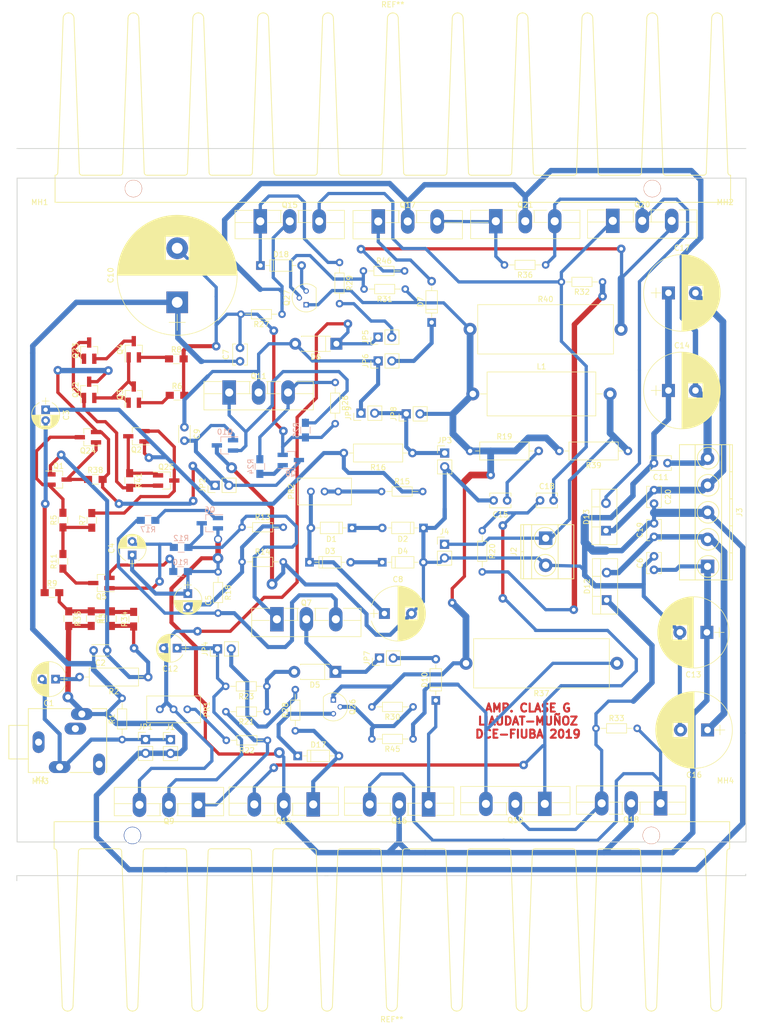
<source format=kicad_pcb>
(kicad_pcb (version 4) (host pcbnew 4.0.7)
  (layers (0 F.Cu mixed) (31 B.Cu mixed) (34 B.Paste user) (35 F.Paste user) (36 B.SilkS user) (37 F.SilkS user) (38 B.Mask user) (39 F.Mask user) (44 Edge.Cuts user))
  (net 0 "")
  (net 1 "Net-(C1-Pad1)")
  (net 2 "Net-(C1-Pad2)")
  (net 3 "Net-(C2-Pad1)")
  (net 4 GND)
  (net 5 "Net-(C3-Pad1)")
  (net 6 "Net-(C3-Pad2)")
  (net 7 "Net-(C4-Pad2)")
  (net 8 "Net-(C5-Pad2)")
  (net 9 "Net-(C10-Pad2)")
  (net 10 "Net-(C8-Pad1)")
  (net 11 "Net-(C9-Pad1)")
  (net 12 "Net-(C9-Pad2)")
  (net 13 "Net-(C12-Pad1)")
  (net 14 "Net-(C12-Pad2)")
  (net 15 "Net-(C15-Pad1)")
  (net 16 +VCC_15V)
  (net 17 VEE_-15V)
  (net 18 "Net-(C18-Pad1)")
  (net 19 "Net-(C18-Pad2)")
  (net 20 "Net-(D1-Pad1)")
  (net 21 "Net-(D3-Pad2)")
  (net 22 "Net-(D10-Pad2)")
  (net 23 "Net-(D5-Pad2)")
  (net 24 "Net-(D7-Pad2)")
  (net 25 "Net-(D10-Pad1)")
  (net 26 "Net-(D12-Pad1)")
  (net 27 "Net-(D13-Pad2)")
  (net 28 "Net-(D17-Pad1)")
  (net 29 "Net-(D17-Pad2)")
  (net 30 "Net-(D18-Pad1)")
  (net 31 "Net-(D18-Pad2)")
  (net 32 +VCC_40V)
  (net 33 VEE_-40V)
  (net 34 "Net-(J2-Pad1)")
  (net 35 "Net-(JP2-Pad1)")
  (net 36 "Net-(PR1-Pad1)")
  (net 37 "Net-(PR2-Pad2)")
  (net 38 "Net-(Q1-Pad2)")
  (net 39 "Net-(Q1-Pad3)")
  (net 40 "Net-(Q2-Pad2)")
  (net 41 "Net-(Q2-Pad3)")
  (net 42 "Net-(Q22-Pad2)")
  (net 43 "Net-(Q3-Pad2)")
  (net 44 "Net-(Q4-Pad2)")
  (net 45 "Net-(Q23-Pad2)")
  (net 46 "Net-(Q5-Pad2)")
  (net 47 "Net-(Q5-Pad3)")
  (net 48 "Net-(Q6-Pad1)")
  (net 49 "Net-(Q6-Pad3)")
  (net 50 "Net-(Q8-Pad1)")
  (net 51 "Net-(Q9-Pad1)")
  (net 52 "Net-(Q10-Pad2)")
  (net 53 "Net-(Q11-Pad3)")
  (net 54 "Net-(Q16-Pad3)")
  (net 55 "Net-(Q17-Pad3)")
  (net 56 "Net-(Q19-Pad3)")
  (net 57 "Net-(Q20-Pad3)")
  (net 58 "Net-(Q22-Pad1)")
  (net 59 "Net-(Q26-Pad2)")
  (net 60 "Net-(Q27-Pad2)")
  (net 61 "Net-(R3-Pad2)")
  (net 62 "Net-(R11-Pad2)")
  (net 63 "Net-(R20-Pad2)")
  (net 64 "Net-(D5-Pad1)")
  (net 65 "Net-(D7-Pad1)")
  (net 66 "Net-(JP4-Pad2)")
  (net 67 "Net-(JP5-Pad2)")
  (net 68 "Net-(JP8-Pad2)")
  (net 69 "Net-(JP3-Pad1)")
  (net 70 "Net-(Q7-Pad3)")
  (module Heatsinks:Heatsink_125x35x50mm_3xFixationM3 (layer F.Cu) (at 122.484 22.499)
    (fp_text reference REF** (at 0 -34) (layer F.SilkS))
    (fp_text value Heatsink_125x35x50mm_3xFixationM3)
    (pad "" np_thru_hole circle (at -48 0) (size 3.2 3.2) (drill 3) (layers *.Cu *.SilkS *.Mask))
    (pad "" np_thru_hole circle (at 48.006 0) (size 3.2 3.2) (drill 3) (layers *.Cu *.SilkS *.Mask))
  )
  (module Pin_Headers:Pin_Header_Straight_1x02_Pitch2.54mm (layer F.Cu) (at 132.049 88.234)
    (fp_text reference J4 (at 0 -2.33) (layer F.SilkS))
    (fp_text value CONN_OUT)
    (pad 1 thru_hole rect (at 0 0) (size 1.7 1.7) (drill 1) (layers *.Cu *.Mask) (net 34 "Net-(J2-Pad1)"))
    (pad 2 thru_hole oval (at 0 2.54) (size 1.7 1.7) (drill 1) (layers *.Cu *.Mask) (net 4 GND))
  )
  (module TO_SOT_Packages_THT:TO-264_Vertical (layer F.Cu) (at 86.504 136.389 180)
    (fp_text reference Q9 (at 5.45 -3.02 180) (layer F.SilkS))
    (fp_text value 2SC4793)
    (pad 1 thru_hole rect (at 0 0 180) (size 2.5 4.5) (drill 1.5) (layers *.Cu *.Mask) (net 51 "Net-(Q9-Pad1)"))
    (pad 2 thru_hole oval (at 5.45 0 180) (size 2.5 4.5) (drill 1.5) (layers *.Cu *.Mask) (net 13 "Net-(C12-Pad1)"))
    (pad 3 thru_hole oval (at 10.9 0 180) (size 2.5 4.5) (drill 1.5) (layers *.Cu *.Mask) (net 14 "Net-(C12-Pad2)"))
  )
  (module TO_SOT_Packages_THT:TO-264_Vertical (layer F.Cu) (at 97.959 28.554)
    (fp_text reference Q15 (at 5.45 -3.02) (layer F.SilkS))
    (fp_text value 2SA1837)
    (pad 1 thru_hole rect (at 0 0) (size 2.5 4.5) (drill 1.5) (layers *.Cu *.Mask) (net 30 "Net-(D18-Pad1)"))
    (pad 2 thru_hole oval (at 5.45 0) (size 2.5 4.5) (drill 1.5) (layers *.Cu *.Mask) (net 33 VEE_-40V))
    (pad 3 thru_hole oval (at 10.9 0) (size 2.5 4.5) (drill 1.5) (layers *.Cu *.Mask) (net 19 "Net-(C18-Pad2)"))
  )
  (module Mounting_Holes:MountingHole_3mm (layer F.Cu) (at 57.259 136.024)
    (fp_text reference MH3 (at 0 -4) (layer F.SilkS))
    (fp_text value MountingHole_3mm)
    (pad "" np_thru_hole circle (at 0 0) (size 3 3) (drill 3) (layers *.Cu *.Mask))
  )
  (module Resistors_THT:R_Axial_DIN0204_L3.6mm_D1.6mm_P7.62mm_Horizontal (layer F.Cu) (at 90.1446 93.345 270)
    (fp_text reference R18 (at 3.81 -1.86 270) (layer F.SilkS))
    (fp_text value 33)
    (pad 1 thru_hole circle (at 0 0 270) (size 1.4 1.4) (drill 0.7) (layers *.Cu *.Mask) (net 32 +VCC_40V))
    (pad 2 thru_hole oval (at 7.62 0 270) (size 1.4 1.4) (drill 0.7) (layers *.Cu *.Mask) (net 70 "Net-(Q7-Pad3)"))
  )
  (module TO_SOT_Packages_SMD:SOT-23_Handsoldering (layer F.Cu) (at 80.5434 76.454)
    (fp_text reference Q25 (at 0 -2.5) (layer F.SilkS))
    (fp_text value BC846)
    (pad 1 smd rect (at -1.5 -0.95) (size 1.9 0.8) (layers F.Cu F.Paste F.Mask) (net 41 "Net-(Q2-Pad3)"))
    (pad 2 smd rect (at -1.5 0.95) (size 1.9 0.8) (layers F.Cu F.Paste F.Mask) (net 58 "Net-(Q22-Pad1)"))
    (pad 3 smd rect (at 1.5 0) (size 1.9 0.8) (layers F.Cu F.Paste F.Mask) (net 40 "Net-(Q2-Pad2)"))
  )
  (module Capacitors_THT:C_Disc_D3.0mm_W2.0mm_P2.50mm (layer F.Cu) (at 69.6214 107.8484 180)
    (fp_text reference C2 (at 1.25 -2.31 180) (layer F.SilkS))
    (fp_text value 0.3n)
    (pad 1 thru_hole circle (at 0 0 180) (size 1.6 1.6) (drill 0.8) (layers *.Cu *.Mask) (net 3 "Net-(C2-Pad1)"))
    (pad 2 thru_hole circle (at 2.5 0 180) (size 1.6 1.6) (drill 0.8) (layers *.Cu *.Mask) (net 4 GND))
  )
  (module Capacitors_THT:C_Disc_D3.8mm_W2.6mm_P2.50mm (layer F.Cu) (at 170.815 92.964 90)
    (fp_text reference C6 (at 1.25 -2.61 90) (layer F.SilkS))
    (fp_text value 100n)
    (pad 1 thru_hole circle (at 0 0 90) (size 1.6 1.6) (drill 0.8) (layers *.Cu *.Mask) (net 32 +VCC_40V))
    (pad 2 thru_hole circle (at 2.5 0 90) (size 1.6 1.6) (drill 0.8) (layers *.Cu *.Mask) (net 4 GND))
  )
  (module Capacitors_THT:C_Disc_D3.8mm_W2.6mm_P2.50mm (layer F.Cu) (at 94.209 54.424 90)
    (fp_text reference C7 (at 1.25 -2.61 90) (layer F.SilkS))
    (fp_text value 100n)
    (pad 1 thru_hole circle (at 0 0 90) (size 1.6 1.6) (drill 0.8) (layers *.Cu *.Mask) (net 4 GND))
    (pad 2 thru_hole circle (at 2.5 0 90) (size 1.6 1.6) (drill 0.8) (layers *.Cu *.Mask) (net 9 "Net-(C10-Pad2)"))
  )
  (module Capacitors_THT:CP_Radial_D10.0mm_P5.00mm (layer F.Cu) (at 120.929 101.034)
    (fp_text reference C8 (at 2.5 -6.31) (layer F.SilkS))
    (fp_text value 1000u)
    (pad 1 thru_hole rect (at 0 0) (size 2 2) (drill 1) (layers *.Cu *.Mask) (net 10 "Net-(C8-Pad1)"))
    (pad 2 thru_hole circle (at 5 0) (size 2 2) (drill 1) (layers *.Cu *.Mask) (net 4 GND))
  )
  (module Capacitors_THT:C_Disc_D3.0mm_W2.0mm_P2.50mm (layer F.Cu) (at 83.9216 66.5988 270)
    (fp_text reference C9 (at 1.25 -2.31 270) (layer F.SilkS))
    (fp_text value 33p)
    (pad 1 thru_hole circle (at 0 0 270) (size 1.6 1.6) (drill 0.8) (layers *.Cu *.Mask) (net 11 "Net-(C9-Pad1)"))
    (pad 2 thru_hole circle (at 2.5 0 270) (size 1.6 1.6) (drill 0.8) (layers *.Cu *.Mask) (net 12 "Net-(C9-Pad2)"))
  )
  (module Capacitors_THT:C_Disc_D3.8mm_W2.6mm_P2.50mm (layer F.Cu) (at 173.309 73.234 180)
    (fp_text reference C11 (at 1.25 -2.61 180) (layer F.SilkS))
    (fp_text value 100n)
    (pad 1 thru_hole circle (at 0 0 180) (size 1.6 1.6) (drill 0.8) (layers *.Cu *.Mask) (net 33 VEE_-40V))
    (pad 2 thru_hole circle (at 2.5 0 180) (size 1.6 1.6) (drill 0.8) (layers *.Cu *.Mask) (net 4 GND))
  )
  (module Capacitors_THT:C_Disc_D3.8mm_W2.6mm_P2.50mm (layer F.Cu) (at 143.637 80.137 180)
    (fp_text reference C15 (at 1.25 -2.61 180) (layer F.SilkS))
    (fp_text value 100n)
    (pad 1 thru_hole circle (at 0 0 180) (size 1.6 1.6) (drill 0.8) (layers *.Cu *.Mask) (net 15 "Net-(C15-Pad1)"))
    (pad 2 thru_hole circle (at 2.5 0 180) (size 1.6 1.6) (drill 0.8) (layers *.Cu *.Mask) (net 4 GND))
  )
  (module Capacitors_THT:C_Disc_D3.8mm_W2.6mm_P2.50mm (layer F.Cu) (at 149.733 80.137)
    (fp_text reference C18 (at 1.25 -2.61) (layer F.SilkS))
    (fp_text value 100n)
    (pad 1 thru_hole circle (at 0 0) (size 1.6 1.6) (drill 0.8) (layers *.Cu *.Mask) (net 18 "Net-(C18-Pad1)"))
    (pad 2 thru_hole circle (at 2.5 0) (size 1.6 1.6) (drill 0.8) (layers *.Cu *.Mask) (net 19 "Net-(C18-Pad2)"))
  )
  (module Capacitors_THT:C_Disc_D3.8mm_W2.6mm_P2.50mm (layer F.Cu) (at 170.815 86.868 90)
    (fp_text reference C19 (at 1.25 -2.61 90) (layer F.SilkS))
    (fp_text value 100n)
    (pad 1 thru_hole circle (at 0 0 90) (size 1.6 1.6) (drill 0.8) (layers *.Cu *.Mask) (net 16 +VCC_15V))
    (pad 2 thru_hole circle (at 2.5 0 90) (size 1.6 1.6) (drill 0.8) (layers *.Cu *.Mask) (net 4 GND))
  )
  (module Capacitors_THT:C_Disc_D3.8mm_W2.6mm_P2.50mm (layer F.Cu) (at 170.815 78.232 270)
    (fp_text reference C20 (at 1.25 -2.61 270) (layer F.SilkS))
    (fp_text value 100n)
    (pad 1 thru_hole circle (at 0 0 270) (size 1.6 1.6) (drill 0.8) (layers *.Cu *.Mask) (net 17 VEE_-15V))
    (pad 2 thru_hole circle (at 2.5 0 270) (size 1.6 1.6) (drill 0.8) (layers *.Cu *.Mask) (net 4 GND))
  )
  (module Diodes_THT:D_DO-35_SOD27_P7.62mm_Horizontal (layer F.Cu) (at 114.935 85.217 180)
    (fp_text reference D1 (at 3.81 -2.06 180) (layer F.SilkS))
    (fp_text value 1N4148)
    (pad 1 thru_hole rect (at 0 0 180) (size 1.6 1.6) (drill 0.8) (layers *.Cu *.Mask) (net 20 "Net-(D1-Pad1)"))
    (pad 2 thru_hole oval (at 7.62 0 180) (size 1.6 1.6) (drill 0.8) (layers *.Cu *.Mask) (net 10 "Net-(C8-Pad1)"))
  )
  (module Diodes_THT:D_DO-35_SOD27_P7.62mm_Horizontal (layer F.Cu) (at 128.143 85.217 180)
    (fp_text reference D2 (at 3.81 -2.06 180) (layer F.SilkS))
    (fp_text value 1N4148)
    (pad 1 thru_hole rect (at 0 0 180) (size 1.6 1.6) (drill 0.8) (layers *.Cu *.Mask) (net 4 GND))
    (pad 2 thru_hole oval (at 7.62 0 180) (size 1.6 1.6) (drill 0.8) (layers *.Cu *.Mask) (net 20 "Net-(D1-Pad1)"))
  )
  (module Diodes_THT:D_DO-35_SOD27_P7.62mm_Horizontal (layer F.Cu) (at 107.061 91.567)
    (fp_text reference D3 (at 3.81 -2.06) (layer F.SilkS))
    (fp_text value 1N4148)
    (pad 1 thru_hole rect (at 0 0) (size 1.6 1.6) (drill 0.8) (layers *.Cu *.Mask) (net 10 "Net-(C8-Pad1)"))
    (pad 2 thru_hole oval (at 7.62 0) (size 1.6 1.6) (drill 0.8) (layers *.Cu *.Mask) (net 21 "Net-(D3-Pad2)"))
  )
  (module Diodes_THT:D_DO-35_SOD27_P7.62mm_Horizontal (layer F.Cu) (at 120.523 91.567)
    (fp_text reference D4 (at 3.81 -2.06) (layer F.SilkS))
    (fp_text value 1N4148)
    (pad 1 thru_hole rect (at 0 0) (size 1.6 1.6) (drill 0.8) (layers *.Cu *.Mask) (net 21 "Net-(D3-Pad2)"))
    (pad 2 thru_hole oval (at 7.62 0) (size 1.6 1.6) (drill 0.8) (layers *.Cu *.Mask) (net 4 GND))
  )
  (module Diodes_THT:D_DO-41_SOD81_P7.62mm_Horizontal (layer F.Cu) (at 111.869 111.814 180)
    (fp_text reference D5 (at 3.81 -2.41 180) (layer F.SilkS))
    (fp_text value 1N4728)
    (pad 1 thru_hole rect (at 0 0 180) (size 2.2 2.2) (drill 1.1) (layers *.Cu *.Mask) (net 64 "Net-(D5-Pad1)"))
    (pad 2 thru_hole oval (at 7.62 0 180) (size 2.2 2.2) (drill 1.1) (layers *.Cu *.Mask) (net 23 "Net-(D5-Pad2)"))
  )
  (module Diodes_THT:D_DO-41_SOD81_P7.62mm_Horizontal (layer F.Cu) (at 112.039 51.184 180)
    (fp_text reference D6 (at 3.81 -2.41 180) (layer F.SilkS))
    (fp_text value 1N4728)
    (pad 1 thru_hole rect (at 0 0 180) (size 2.2 2.2) (drill 1.1) (layers *.Cu *.Mask) (net 14 "Net-(C12-Pad2)"))
    (pad 2 thru_hole oval (at 7.62 0 180) (size 2.2 2.2) (drill 1.1) (layers *.Cu *.Mask) (net 11 "Net-(C9-Pad1)"))
  )
  (module Diodes_THT:D_DO-35_SOD27_P7.62mm_Horizontal (layer F.Cu) (at 129.667 47.244 90)
    (fp_text reference D7 (at 3.81 -2.06 90) (layer F.SilkS))
    (fp_text value 1N4148)
    (pad 1 thru_hole rect (at 0 0 90) (size 1.6 1.6) (drill 0.8) (layers *.Cu *.Mask) (net 65 "Net-(D7-Pad1)"))
    (pad 2 thru_hole oval (at 7.62 0 90) (size 1.6 1.6) (drill 0.8) (layers *.Cu *.Mask) (net 24 "Net-(D7-Pad2)"))
  )
  (module Diodes_THT:D_DO-35_SOD27_P7.62mm_Horizontal (layer F.Cu) (at 130.429 117.094 90)
    (fp_text reference D10 (at 3.81 -2.06 90) (layer F.SilkS))
    (fp_text value 1N4148)
    (pad 1 thru_hole rect (at 0 0 90) (size 1.6 1.6) (drill 0.8) (layers *.Cu *.Mask) (net 25 "Net-(D10-Pad1)"))
    (pad 2 thru_hole oval (at 7.62 0 90) (size 1.6 1.6) (drill 0.8) (layers *.Cu *.Mask) (net 22 "Net-(D10-Pad2)"))
  )
  (module TO_SOT_Packages_THT:TO-220-2_Vertical (layer F.Cu) (at 162.052 98.552 90)
    (fp_text reference D12 (at 2.54 -3.62 90) (layer F.SilkS))
    (fp_text value MUR860)
    (pad 1 thru_hole rect (at 0 0 90) (size 1.8 1.8) (drill 1) (layers *.Cu *.Mask) (net 26 "Net-(D12-Pad1)"))
    (pad 2 thru_hole oval (at 5.08 0 90) (size 1.8 1.8) (drill 1) (layers *.Cu *.Mask) (net 16 +VCC_15V))
  )
  (module TO_SOT_Packages_THT:TO-220-2_Vertical (layer F.Cu) (at 161.925 85.725 90)
    (fp_text reference D13 (at 2.54 -3.62 90) (layer F.SilkS))
    (fp_text value MUR860)
    (pad 1 thru_hole rect (at 0 0 90) (size 1.8 1.8) (drill 1) (layers *.Cu *.Mask) (net 17 VEE_-15V))
    (pad 2 thru_hole oval (at 5.08 0 90) (size 1.8 1.8) (drill 1) (layers *.Cu *.Mask) (net 27 "Net-(D13-Pad2)"))
  )
  (module Diodes_THT:D_DO-35_SOD27_P7.62mm_Horizontal (layer F.Cu) (at 104.889 127.354)
    (fp_text reference D17 (at 3.81 -2.06) (layer F.SilkS))
    (fp_text value 1N4148)
    (pad 1 thru_hole rect (at 0 0) (size 1.6 1.6) (drill 0.8) (layers *.Cu *.Mask) (net 28 "Net-(D17-Pad1)"))
    (pad 2 thru_hole oval (at 7.62 0) (size 1.6 1.6) (drill 0.8) (layers *.Cu *.Mask) (net 29 "Net-(D17-Pad2)"))
  )
  (module Diodes_THT:D_DO-35_SOD27_P7.62mm_Horizontal (layer F.Cu) (at 97.989 36.724)
    (fp_text reference D18 (at 3.81 -2.06) (layer F.SilkS))
    (fp_text value 1N4148)
    (pad 1 thru_hole rect (at 0 0) (size 1.6 1.6) (drill 0.8) (layers *.Cu *.Mask) (net 30 "Net-(D18-Pad1)"))
    (pad 2 thru_hole oval (at 7.62 0) (size 1.6 1.6) (drill 0.8) (layers *.Cu *.Mask) (net 31 "Net-(D18-Pad2)"))
  )
  (module Pin_Headers:Pin_Header_Straight_1x02_Pitch2.54mm (layer F.Cu) (at 81.339 124.354)
    (fp_text reference J1 (at 0 -2.33) (layer F.SilkS))
    (fp_text value Conn_IN)
    (pad 1 thru_hole rect (at 0 0) (size 1.7 1.7) (drill 1) (layers *.Cu *.Mask) (net 2 "Net-(C1-Pad2)"))
    (pad 2 thru_hole oval (at 0 2.54) (size 1.7 1.7) (drill 1) (layers *.Cu *.Mask) (net 4 GND))
  )
  (module TerminalBlocks_Phoenix:TerminalBlock_Phoenix_MKDS1.5-2pol (layer F.Cu) (at 150.769 87.114 270)
    (fp_text reference J2 (at 2.5 5.9 270) (layer F.SilkS))
    (fp_text value LOAD_CONN)
    (pad 1 thru_hole rect (at 0 0 270) (size 2.5 2.5) (drill 1.3) (layers *.Cu *.Mask) (net 34 "Net-(J2-Pad1)"))
    (pad 2 thru_hole circle (at 5 0 270) (size 2.5 2.5) (drill 1.3) (layers *.Cu *.Mask) (net 4 GND))
  )
  (module TerminalBlocks_Phoenix:TerminalBlock_Phoenix_MKDS1.5-5pol (layer F.Cu) (at 180.721 92.329 90)
    (fp_text reference J3 (at 10 5.9 90) (layer F.SilkS))
    (fp_text value SUPPLY_CONN)
    (pad 5 thru_hole circle (at 20 0 90) (size 2.5 2.5) (drill 1.3) (layers *.Cu *.Mask) (net 33 VEE_-40V))
    (pad 4 thru_hole circle (at 15 0 90) (size 2.5 2.5) (drill 1.3) (layers *.Cu *.Mask) (net 17 VEE_-15V))
    (pad 3 thru_hole circle (at 10 0 90) (size 2.5 2.5) (drill 1.3) (layers *.Cu *.Mask) (net 4 GND))
    (pad 1 thru_hole rect (at 0 0 90) (size 2.5 2.5) (drill 1.3) (layers *.Cu *.Mask) (net 32 +VCC_40V))
    (pad 2 thru_hole circle (at 5 0 90) (size 2.5 2.5) (drill 1.3) (layers *.Cu *.Mask) (net 16 +VCC_15V))
  )
  (module Pin_Headers:Pin_Header_Straight_1x02_Pitch2.54mm (layer F.Cu) (at 76.729 124.324)
    (fp_text reference JP1 (at 0 -2.33) (layer F.SilkS))
    (fp_text value Jumper_NO_Small)
    (pad 1 thru_hole rect (at 0 0) (size 1.7 1.7) (drill 1) (layers *.Cu *.Mask) (net 2 "Net-(C1-Pad2)"))
    (pad 2 thru_hole oval (at 0 2.54) (size 1.7 1.7) (drill 1) (layers *.Cu *.Mask) (net 4 GND))
  )
  (module Pin_Headers:Pin_Header_Straight_1x02_Pitch2.54mm (layer F.Cu) (at 89.6112 77.343 90)
    (fp_text reference JP2 (at 0 -2.33 90) (layer F.SilkS))
    (fp_text value Diff_Stage_Jumper)
    (pad 1 thru_hole rect (at 0 0 90) (size 1.7 1.7) (drill 1) (layers *.Cu *.Mask) (net 35 "Net-(JP2-Pad1)"))
    (pad 2 thru_hole oval (at 0 2.54 90) (size 1.7 1.7) (drill 1) (layers *.Cu *.Mask) (net 12 "Net-(C9-Pad2)"))
  )
  (module Pin_Headers:Pin_Header_Straight_1x02_Pitch2.54mm (layer F.Cu) (at 132.08 71.374)
    (fp_text reference JP3 (at 0 -2.33) (layer F.SilkS))
    (fp_text value Jumper_Q2)
    (pad 1 thru_hole rect (at 0 0) (size 1.7 1.7) (drill 1) (layers *.Cu *.Mask) (net 69 "Net-(JP3-Pad1)"))
    (pad 2 thru_hole oval (at 0 2.54) (size 1.7 1.7) (drill 1) (layers *.Cu *.Mask) (net 4 GND))
  )
  (module Pin_Headers:Pin_Header_Straight_1x02_Pitch2.54mm (layer F.Cu) (at 90.043 107.569 90)
    (fp_text reference JP4 (at 0 -2.33 90) (layer F.SilkS))
    (fp_text value Low_Pos_Jumper)
    (pad 1 thru_hole rect (at 0 0 90) (size 1.7 1.7) (drill 1) (layers *.Cu *.Mask) (net 13 "Net-(C12-Pad1)"))
    (pad 2 thru_hole oval (at 0 2.54 90) (size 1.7 1.7) (drill 1) (layers *.Cu *.Mask) (net 66 "Net-(JP4-Pad2)"))
  )
  (module Potentiometers:Potentiometer_Trimmer_Suntan_TSR-3386C_Vertical (layer F.Cu) (at 84.455 118.745 270)
    (fp_text reference PR1 (at 0 -3.625 270) (layer F.SilkS))
    (fp_text value 1k)
    (pad 3 thru_hole circle (at 0 5.08 270) (size 1.44 1.44) (drill 0.8) (layers *.Cu *.Mask) (net 14 "Net-(C12-Pad2)"))
    (pad 2 thru_hole circle (at 0 2.54 270) (size 1.44 1.44) (drill 0.8) (layers *.Cu *.Mask) (net 14 "Net-(C12-Pad2)"))
    (pad 1 thru_hole circle (at 0 0 270) (size 1.44 1.44) (drill 0.8) (layers *.Cu *.Mask) (net 36 "Net-(PR1-Pad1)"))
  )
  (module Potentiometers:Potentiometer_Trimmer_Suntan_TSR-3386C_Vertical (layer F.Cu) (at 107.315 78.486 90)
    (fp_text reference PR2 (at 0 -3.625 90) (layer F.SilkS))
    (fp_text value 100)
    (pad 3 thru_hole circle (at 0 5.08 90) (size 1.44 1.44) (drill 0.8) (layers *.Cu *.Mask) (net 37 "Net-(PR2-Pad2)"))
    (pad 2 thru_hole circle (at 0 2.54 90) (size 1.44 1.44) (drill 0.8) (layers *.Cu *.Mask) (net 37 "Net-(PR2-Pad2)"))
    (pad 1 thru_hole circle (at 0 0 90) (size 1.44 1.44) (drill 0.8) (layers *.Cu *.Mask) (net 10 "Net-(C8-Pad1)"))
  )
  (module TO_SOT_Packages_SMD:SOT-23_Handsoldering (layer F.Cu) (at 60.6298 76.2762)
    (fp_text reference Q1 (at 0 -2.5) (layer F.SilkS))
    (fp_text value BC856)
    (pad 1 smd rect (at -1.5 -0.95) (size 1.9 0.8) (layers F.Cu F.Paste F.Mask) (net 3 "Net-(C2-Pad1)"))
    (pad 2 smd rect (at -1.5 0.95) (size 1.9 0.8) (layers F.Cu F.Paste F.Mask) (net 38 "Net-(Q1-Pad2)"))
    (pad 3 smd rect (at 1.5 0) (size 1.9 0.8) (layers F.Cu F.Paste F.Mask) (net 39 "Net-(Q1-Pad3)"))
  )
  (module TO_SOT_Packages_SMD:SOT-23_Handsoldering (layer F.Cu) (at 75.0316 68.2752 180)
    (fp_text reference Q2 (at 0 -2.5 180) (layer F.SilkS))
    (fp_text value BC856)
    (pad 1 smd rect (at -1.5 -0.95 180) (size 1.9 0.8) (layers F.Cu F.Paste F.Mask) (net 5 "Net-(C3-Pad1)"))
    (pad 2 smd rect (at -1.5 0.95 180) (size 1.9 0.8) (layers F.Cu F.Paste F.Mask) (net 40 "Net-(Q2-Pad2)"))
    (pad 3 smd rect (at 1.5 0 180) (size 1.9 0.8) (layers F.Cu F.Paste F.Mask) (net 41 "Net-(Q2-Pad3)"))
  )
  (module TO_SOT_Packages_SMD:SOT-23_Handsoldering (layer F.Cu) (at 74.549 60.579 90)
    (fp_text reference Q3 (at 0 -2.5 90) (layer F.SilkS))
    (fp_text value BC846)
    (pad 1 smd rect (at -1.5 -0.95 90) (size 1.9 0.8) (layers F.Cu F.Paste F.Mask) (net 42 "Net-(Q22-Pad2)"))
    (pad 2 smd rect (at -1.5 0.95 90) (size 1.9 0.8) (layers F.Cu F.Paste F.Mask) (net 43 "Net-(Q3-Pad2)"))
    (pad 3 smd rect (at 1.5 0 90) (size 1.9 0.8) (layers F.Cu F.Paste F.Mask) (net 42 "Net-(Q22-Pad2)"))
  )
  (module TO_SOT_Packages_SMD:SOT-23_Handsoldering (layer F.Cu) (at 74.549 52.197 90)
    (fp_text reference Q4 (at 0 -2.5 90) (layer F.SilkS))
    (fp_text value BC846)
    (pad 1 smd rect (at -1.5 -0.95 90) (size 1.9 0.8) (layers F.Cu F.Paste F.Mask) (net 42 "Net-(Q22-Pad2)"))
    (pad 2 smd rect (at -1.5 0.95 90) (size 1.9 0.8) (layers F.Cu F.Paste F.Mask) (net 44 "Net-(Q4-Pad2)"))
    (pad 3 smd rect (at 1.5 0 90) (size 1.9 0.8) (layers F.Cu F.Paste F.Mask) (net 45 "Net-(Q23-Pad2)"))
  )
  (module TO_SOT_Packages_SMD:SOT-23_Handsoldering (layer F.Cu) (at 68.5546 95.4024 180)
    (fp_text reference Q5 (at 0 -2.5 180) (layer F.SilkS))
    (fp_text value BC856)
    (pad 1 smd rect (at -1.5 -0.95 180) (size 1.9 0.8) (layers F.Cu F.Paste F.Mask) (net 7 "Net-(C4-Pad2)"))
    (pad 2 smd rect (at -1.5 0.95 180) (size 1.9 0.8) (layers F.Cu F.Paste F.Mask) (net 46 "Net-(Q5-Pad2)"))
    (pad 3 smd rect (at 1.5 0 180) (size 1.9 0.8) (layers F.Cu F.Paste F.Mask) (net 47 "Net-(Q5-Pad3)"))
  )
  (module TO_SOT_Packages_SMD:SOT-23_Handsoldering (layer B.Cu) (at 88.6206 84.3534 180)
    (fp_text reference Q6 (at 0 2.5 180) (layer B.SilkS) (effects (justify mirror)))
    (fp_text value BC856)
    (pad 1 smd rect (at -1.5 0.95 180) (size 1.9 0.8) (layers B.Cu B.Paste B.Mask) (net 48 "Net-(Q6-Pad1)"))
    (pad 2 smd rect (at -1.5 -0.95 180) (size 1.9 0.8) (layers B.Cu B.Paste B.Mask) (net 32 +VCC_40V))
    (pad 3 smd rect (at 1.5 0 180) (size 1.9 0.8) (layers B.Cu B.Paste B.Mask) (net 49 "Net-(Q6-Pad3)"))
  )
  (module TO_SOT_Packages_SMD:SOT-23_Handsoldering (layer B.Cu) (at 103.6066 72.6694)
    (fp_text reference Q8 (at 0 2.5) (layer B.SilkS) (effects (justify mirror)))
    (fp_text value BC846)
    (pad 1 smd rect (at -1.5 0.95) (size 1.9 0.8) (layers B.Cu B.Paste B.Mask) (net 50 "Net-(Q8-Pad1)"))
    (pad 2 smd rect (at -1.5 -0.95) (size 1.9 0.8) (layers B.Cu B.Paste B.Mask) (net 9 "Net-(C10-Pad2)"))
    (pad 3 smd rect (at 1.5 0) (size 1.9 0.8) (layers B.Cu B.Paste B.Mask) (net 12 "Net-(C9-Pad2)"))
  )
  (module TO_SOT_Packages_SMD:SOT-23_Handsoldering (layer B.Cu) (at 91.419 69.964 180)
    (fp_text reference Q10 (at 0 2.5 180) (layer B.SilkS) (effects (justify mirror)))
    (fp_text value BC846)
    (pad 1 smd rect (at -1.5 0.95 180) (size 1.9 0.8) (layers B.Cu B.Paste B.Mask) (net 12 "Net-(C9-Pad2)"))
    (pad 2 smd rect (at -1.5 -0.95 180) (size 1.9 0.8) (layers B.Cu B.Paste B.Mask) (net 52 "Net-(Q10-Pad2)"))
    (pad 3 smd rect (at 1.5 0 180) (size 1.9 0.8) (layers B.Cu B.Paste B.Mask) (net 4 GND))
  )
  (module TO_SOT_Packages_SMD:SOT-23_Handsoldering (layer F.Cu) (at 66.294 59.69 90)
    (fp_text reference Q22 (at 0 -2.5 90) (layer F.SilkS))
    (fp_text value BC846)
    (pad 1 smd rect (at -1.5 -0.95 90) (size 1.9 0.8) (layers F.Cu F.Paste F.Mask) (net 58 "Net-(Q22-Pad1)"))
    (pad 2 smd rect (at -1.5 0.95 90) (size 1.9 0.8) (layers F.Cu F.Paste F.Mask) (net 42 "Net-(Q22-Pad2)"))
    (pad 3 smd rect (at 1.5 0 90) (size 1.9 0.8) (layers F.Cu F.Paste F.Mask) (net 35 "Net-(JP2-Pad1)"))
  )
  (module TO_SOT_Packages_SMD:SOT-23_Handsoldering (layer F.Cu) (at 66.294 52.451 90)
    (fp_text reference Q23 (at 0 -2.5 90) (layer F.SilkS))
    (fp_text value BC846)
    (pad 1 smd rect (at -1.5 -0.95 90) (size 1.9 0.8) (layers F.Cu F.Paste F.Mask) (net 58 "Net-(Q22-Pad1)"))
    (pad 2 smd rect (at -1.5 0.95 90) (size 1.9 0.8) (layers F.Cu F.Paste F.Mask) (net 45 "Net-(Q23-Pad2)"))
    (pad 3 smd rect (at 1.5 0 90) (size 1.9 0.8) (layers F.Cu F.Paste F.Mask) (net 58 "Net-(Q22-Pad1)"))
  )
  (module TO_SOT_Packages_SMD:SOT-23_Handsoldering (layer F.Cu) (at 66.0654 68.453 180)
    (fp_text reference Q24 (at 0 -2.5 180) (layer F.SilkS))
    (fp_text value BC846)
    (pad 1 smd rect (at -1.5 -0.95 180) (size 1.9 0.8) (layers F.Cu F.Paste F.Mask) (net 39 "Net-(Q1-Pad3)"))
    (pad 2 smd rect (at -1.5 0.95 180) (size 1.9 0.8) (layers F.Cu F.Paste F.Mask) (net 35 "Net-(JP2-Pad1)"))
    (pad 3 smd rect (at 1.5 0 180) (size 1.9 0.8) (layers F.Cu F.Paste F.Mask) (net 38 "Net-(Q1-Pad2)"))
  )
  (module TO_SOT_Packages_THT:TO-92_Molded_Narrow (layer F.Cu) (at 111.479 117.014 270)
    (fp_text reference Q26 (at 1.27 -3.56 270) (layer F.SilkS))
    (fp_text value MPSA42)
    (pad 2 thru_hole circle (at 1.27 -1.27) (size 1 1) (drill 0.6) (layers *.Cu *.Mask) (net 59 "Net-(Q26-Pad2)"))
    (pad 3 thru_hole circle (at 2.54 0) (size 1 1) (drill 0.6) (layers *.Cu *.Mask) (net 28 "Net-(D17-Pad1)"))
    (pad 1 thru_hole rect (at 0 0) (size 1 1) (drill 0.6) (layers *.Cu *.Mask) (net 68 "Net-(JP8-Pad2)"))
  )
  (module TO_SOT_Packages_THT:TO-92_Molded_Narrow (layer F.Cu) (at 106.449 43.974 90)
    (fp_text reference Q27 (at 1.27 -3.56 90) (layer F.SilkS))
    (fp_text value MPSA92)
    (pad 2 thru_hole circle (at 1.27 -1.27 180) (size 1 1) (drill 0.6) (layers *.Cu *.Mask) (net 60 "Net-(Q27-Pad2)"))
    (pad 3 thru_hole circle (at 2.54 0 180) (size 1 1) (drill 0.6) (layers *.Cu *.Mask) (net 31 "Net-(D18-Pad2)"))
    (pad 1 thru_hole rect (at 0 0 180) (size 1 1) (drill 0.6) (layers *.Cu *.Mask) (net 68 "Net-(JP8-Pad2)"))
  )
  (module Resistors_THT:R_Axial_DIN0204_L3.6mm_D1.6mm_P7.62mm_Horizontal (layer F.Cu) (at 72.39 124.333 90)
    (fp_text reference R1 (at 3.81 -1.86 90) (layer F.SilkS))
    (fp_text value 100k)
    (pad 1 thru_hole circle (at 0 0 90) (size 1.4 1.4) (drill 0.7) (layers *.Cu *.Mask) (net 2 "Net-(C1-Pad2)"))
    (pad 2 thru_hole oval (at 7.62 0 90) (size 1.4 1.4) (drill 0.7) (layers *.Cu *.Mask) (net 4 GND))
  )
  (module Resistors_THT:R_Axial_DIN0309_L9.0mm_D3.2mm_P12.70mm_Horizontal (layer F.Cu) (at 77.216 112.776 180)
    (fp_text reference R2 (at 6.35 -2.66 180) (layer F.SilkS))
    (fp_text value 10)
    (pad 1 thru_hole circle (at 0 0 180) (size 1.6 1.6) (drill 0.8) (layers *.Cu *.Mask) (net 3 "Net-(C2-Pad1)"))
    (pad 2 thru_hole oval (at 12.7 0 180) (size 1.6 1.6) (drill 0.8) (layers *.Cu *.Mask) (net 1 "Net-(C1-Pad1)"))
  )
  (module Resistors_SMD:R_0805_HandSoldering (layer F.Cu) (at 61.4426 83.7692 90)
    (fp_text reference R5 (at 0 -1.7 90) (layer F.SilkS))
    (fp_text value 100)
    (pad 1 smd rect (at -1.35 0 90) (size 1.5 1.3) (layers F.Cu F.Paste F.Mask) (net 62 "Net-(R11-Pad2)"))
    (pad 2 smd rect (at 1.35 0 90) (size 1.5 1.3) (layers F.Cu F.Paste F.Mask) (net 38 "Net-(Q1-Pad2)"))
  )
  (module Resistors_SMD:R_0805_HandSoldering (layer F.Cu) (at 82.55 60.706)
    (fp_text reference R6 (at 0 -1.7) (layer F.SilkS))
    (fp_text value 68)
    (pad 1 smd rect (at -1.35 0) (size 1.5 1.3) (layers F.Cu F.Paste F.Mask) (net 43 "Net-(Q3-Pad2)"))
    (pad 2 smd rect (at 1.35 0) (size 1.5 1.3) (layers F.Cu F.Paste F.Mask) (net 9 "Net-(C10-Pad2)"))
  )
  (module Resistors_SMD:R_0805_HandSoldering (layer F.Cu) (at 66.7766 83.82 90)
    (fp_text reference R7 (at 0 -1.7 90) (layer F.SilkS))
    (fp_text value 100)
    (pad 1 smd rect (at -1.35 0 90) (size 1.5 1.3) (layers F.Cu F.Paste F.Mask) (net 62 "Net-(R11-Pad2)"))
    (pad 2 smd rect (at 1.35 0 90) (size 1.5 1.3) (layers F.Cu F.Paste F.Mask) (net 40 "Net-(Q2-Pad2)"))
  )
  (module Resistors_SMD:R_0805_HandSoldering (layer F.Cu) (at 82.423 53.975)
    (fp_text reference R8 (at 0 -1.7) (layer F.SilkS))
    (fp_text value 68)
    (pad 1 smd rect (at -1.35 0) (size 1.5 1.3) (layers F.Cu F.Paste F.Mask) (net 44 "Net-(Q4-Pad2)"))
    (pad 2 smd rect (at 1.35 0) (size 1.5 1.3) (layers F.Cu F.Paste F.Mask) (net 9 "Net-(C10-Pad2)"))
  )
  (module Resistors_SMD:R_0805_HandSoldering (layer F.Cu) (at 59.4106 97.1804)
    (fp_text reference R9 (at 0 -1.7) (layer F.SilkS))
    (fp_text value 100)
    (pad 1 smd rect (at -1.35 0) (size 1.5 1.3) (layers F.Cu F.Paste F.Mask) (net 6 "Net-(C3-Pad2)"))
    (pad 2 smd rect (at 1.35 0) (size 1.5 1.3) (layers F.Cu F.Paste F.Mask) (net 61 "Net-(R3-Pad2)"))
  )
  (module Resistors_SMD:R_0805_HandSoldering (layer B.Cu) (at 83.2104 93.2688 180)
    (fp_text reference R10 (at 0 1.7 180) (layer B.SilkS) (effects (justify mirror)))
    (fp_text value 100)
    (pad 1 smd rect (at -1.35 0 180) (size 1.5 1.3) (layers B.Cu B.Paste B.Mask) (net 32 +VCC_40V))
    (pad 2 smd rect (at 1.35 0 180) (size 1.5 1.3) (layers B.Cu B.Paste B.Mask) (net 46 "Net-(Q5-Pad2)"))
  )
  (module Resistors_SMD:R_0805_HandSoldering (layer F.Cu) (at 61.4426 91.3892 90)
    (fp_text reference R11 (at 0 -1.7 90) (layer F.SilkS))
    (fp_text value 2.2k)
    (pad 1 smd rect (at -1.35 0 90) (size 1.5 1.3) (layers F.Cu F.Paste F.Mask) (net 47 "Net-(Q5-Pad3)"))
    (pad 2 smd rect (at 1.35 0 90) (size 1.5 1.3) (layers F.Cu F.Paste F.Mask) (net 62 "Net-(R11-Pad2)"))
  )
  (module Resistors_SMD:R_0805_HandSoldering (layer B.Cu) (at 83.312 88.8238 180)
    (fp_text reference R12 (at 0 1.7 180) (layer B.SilkS) (effects (justify mirror)))
    (fp_text value 2.2k)
    (pad 1 smd rect (at -1.35 0 180) (size 1.5 1.3) (layers B.Cu B.Paste B.Mask) (net 49 "Net-(Q6-Pad3)"))
    (pad 2 smd rect (at 1.35 0 180) (size 1.5 1.3) (layers B.Cu B.Paste B.Mask) (net 7 "Net-(C4-Pad2)"))
  )
  (module Resistors_THT:R_Axial_DIN0204_L3.6mm_D1.6mm_P7.62mm_Horizontal (layer F.Cu) (at 94.5896 85.09)
    (fp_text reference R13 (at 3.81 -1.86) (layer F.SilkS))
    (fp_text value 10k)
    (pad 1 thru_hole circle (at 0 0) (size 1.4 1.4) (drill 0.7) (layers *.Cu *.Mask) (net 49 "Net-(Q6-Pad3)"))
    (pad 2 thru_hole oval (at 7.62 0) (size 1.4 1.4) (drill 0.7) (layers *.Cu *.Mask) (net 8 "Net-(C5-Pad2)"))
  )
  (module Resistors_THT:R_Axial_DIN0204_L3.6mm_D1.6mm_P7.62mm_Horizontal (layer F.Cu) (at 94.5896 91.4908)
    (fp_text reference R14 (at 3.81 -1.86) (layer F.SilkS))
    (fp_text value 10k)
    (pad 1 thru_hole circle (at 0 0) (size 1.4 1.4) (drill 0.7) (layers *.Cu *.Mask) (net 8 "Net-(C5-Pad2)"))
    (pad 2 thru_hole oval (at 7.62 0) (size 1.4 1.4) (drill 0.7) (layers *.Cu *.Mask) (net 4 GND))
  )
  (module Resistors_THT:R_Axial_DIN0204_L3.6mm_D1.6mm_P7.62mm_Horizontal (layer F.Cu) (at 120.396 78.486)
    (fp_text reference R15 (at 3.81 -1.86) (layer F.SilkS))
    (fp_text value 51)
    (pad 1 thru_hole circle (at 0 0) (size 1.4 1.4) (drill 0.7) (layers *.Cu *.Mask) (net 37 "Net-(PR2-Pad2)"))
    (pad 2 thru_hole oval (at 7.62 0) (size 1.4 1.4) (drill 0.7) (layers *.Cu *.Mask) (net 5 "Net-(C3-Pad1)"))
  )
  (module Resistors_THT:R_Axial_DIN0309_L9.0mm_D3.2mm_P12.70mm_Horizontal (layer F.Cu) (at 126.111 71.374 180)
    (fp_text reference R16 (at 6.35 -2.66 180) (layer F.SilkS))
    (fp_text value 2.2k)
    (pad 1 thru_hole circle (at 0 0 180) (size 1.6 1.6) (drill 0.8) (layers *.Cu *.Mask) (net 69 "Net-(JP3-Pad1)"))
    (pad 2 thru_hole oval (at 12.7 0 180) (size 1.6 1.6) (drill 0.8) (layers *.Cu *.Mask) (net 5 "Net-(C3-Pad1)"))
  )
  (module Resistors_SMD:R_0805_HandSoldering (layer B.Cu) (at 77.1906 83.82)
    (fp_text reference R17 (at 0 1.7) (layer B.SilkS) (effects (justify mirror)))
    (fp_text value 2.2k)
    (pad 1 smd rect (at -1.35 0) (size 1.5 1.3) (layers B.Cu B.Paste B.Mask) (net 70 "Net-(Q7-Pad3)"))
    (pad 2 smd rect (at 1.35 0) (size 1.5 1.3) (layers B.Cu B.Paste B.Mask) (net 48 "Net-(Q6-Pad1)"))
  )
  (module Resistors_THT:R_Axial_DIN0309_L9.0mm_D3.2mm_P12.70mm_Horizontal (layer F.Cu) (at 136.779 70.993)
    (fp_text reference R19 (at 6.35 -2.66) (layer F.SilkS))
    (fp_text value 10)
    (pad 1 thru_hole circle (at 0 0) (size 1.6 1.6) (drill 0.8) (layers *.Cu *.Mask) (net 68 "Net-(JP8-Pad2)"))
    (pad 2 thru_hole oval (at 12.7 0) (size 1.6 1.6) (drill 0.8) (layers *.Cu *.Mask) (net 15 "Net-(C15-Pad1)"))
  )
  (module Resistors_THT:R_Axial_DIN0204_L3.6mm_D1.6mm_P7.62mm_Horizontal (layer F.Cu) (at 139.029 85.724 270)
    (fp_text reference R20 (at 3.81 -1.86 270) (layer F.SilkS))
    (fp_text value 100)
    (pad 1 thru_hole circle (at 0 0 270) (size 1.4 1.4) (drill 0.7) (layers *.Cu *.Mask) (net 18 "Net-(C18-Pad1)"))
    (pad 2 thru_hole oval (at 7.62 0 270) (size 1.4 1.4) (drill 0.7) (layers *.Cu *.Mask) (net 63 "Net-(R20-Pad2)"))
  )
  (module Resistors_THT:R_Axial_DIN0204_L3.6mm_D1.6mm_P7.62mm_Horizontal (layer F.Cu) (at 99.209 119.174 180)
    (fp_text reference R21 (at 3.81 -1.86 180) (layer F.SilkS))
    (fp_text value 3.3k)
    (pad 1 thru_hole circle (at 0 0 180) (size 1.4 1.4) (drill 0.7) (layers *.Cu *.Mask) (net 23 "Net-(D5-Pad2)"))
    (pad 2 thru_hole oval (at 7.62 0 180) (size 1.4 1.4) (drill 0.7) (layers *.Cu *.Mask) (net 51 "Net-(Q9-Pad1)"))
  )
  (module Resistors_THT:R_Axial_DIN0204_L3.6mm_D1.6mm_P7.62mm_Horizontal (layer F.Cu) (at 99.289 124.474 180)
    (fp_text reference R22 (at 3.81 -1.86 180) (layer F.SilkS))
    (fp_text value 330)
    (pad 1 thru_hole circle (at 0 0 180) (size 1.4 1.4) (drill 0.7) (layers *.Cu *.Mask) (net 51 "Net-(Q9-Pad1)"))
    (pad 2 thru_hole oval (at 7.62 0 180) (size 1.4 1.4) (drill 0.7) (layers *.Cu *.Mask) (net 36 "Net-(PR1-Pad1)"))
  )
  (module Resistors_THT:R_Axial_DIN0204_L3.6mm_D1.6mm_P7.62mm_Horizontal (layer F.Cu) (at 99.179 114.494 180)
    (fp_text reference R23 (at 3.81 -1.86 180) (layer F.SilkS))
    (fp_text value 16)
    (pad 1 thru_hole circle (at 0 0 180) (size 1.4 1.4) (drill 0.7) (layers *.Cu *.Mask) (net 23 "Net-(D5-Pad2)"))
    (pad 2 thru_hole oval (at 7.62 0 180) (size 1.4 1.4) (drill 0.7) (layers *.Cu *.Mask) (net 13 "Net-(C12-Pad1)"))
  )
  (module Resistors_SMD:R_0805_HandSoldering (layer B.Cu) (at 97.879 73.874 270)
    (fp_text reference R24 (at 0 1.7 270) (layer B.SilkS) (effects (justify mirror)))
    (fp_text value 2.2k)
    (pad 1 smd rect (at -1.35 0 270) (size 1.5 1.3) (layers B.Cu B.Paste B.Mask) (net 53 "Net-(Q11-Pad3)"))
    (pad 2 smd rect (at 1.35 0 270) (size 1.5 1.3) (layers B.Cu B.Paste B.Mask) (net 50 "Net-(Q8-Pad1)"))
  )
  (module Resistors_SMD:R_0805_HandSoldering (layer B.Cu) (at 106.309 67.144 270)
    (fp_text reference R25 (at 0 1.7 270) (layer B.SilkS) (effects (justify mirror)))
    (fp_text value 2.2k)
    (pad 1 smd rect (at -1.35 0 270) (size 1.5 1.3) (layers B.Cu B.Paste B.Mask) (net 52 "Net-(Q10-Pad2)"))
    (pad 2 smd rect (at 1.35 0 270) (size 1.5 1.3) (layers B.Cu B.Paste B.Mask) (net 9 "Net-(C10-Pad2)"))
  )
  (module Resistors_THT:R_Axial_DIN0204_L3.6mm_D1.6mm_P7.62mm_Horizontal (layer F.Cu) (at 111.819 58.334 270)
    (fp_text reference R26 (at 3.81 -1.86 270) (layer F.SilkS))
    (fp_text value 10)
    (pad 1 thru_hole circle (at 0 0 270) (size 1.4 1.4) (drill 0.7) (layers *.Cu *.Mask) (net 53 "Net-(Q11-Pad3)"))
    (pad 2 thru_hole oval (at 7.62 0 270) (size 1.4 1.4) (drill 0.7) (layers *.Cu *.Mask) (net 9 "Net-(C10-Pad2)"))
  )
  (module Resistors_THT:R_Axial_DIN0204_L3.6mm_D1.6mm_P7.62mm_Horizontal (layer F.Cu) (at 101.981 45.72 180)
    (fp_text reference R27 (at 3.81 -1.86 180) (layer F.SilkS))
    (fp_text value 10)
    (pad 1 thru_hole circle (at 0 0 180) (size 1.4 1.4) (drill 0.7) (layers *.Cu *.Mask) (net 33 VEE_-40V))
    (pad 2 thru_hole oval (at 7.62 0 180) (size 1.4 1.4) (drill 0.7) (layers *.Cu *.Mask) (net 9 "Net-(C10-Pad2)"))
  )
  (module Resistors_THT:R_Axial_DIN0204_L3.6mm_D1.6mm_P7.62mm_Horizontal (layer F.Cu) (at 104.439 122.714 90)
    (fp_text reference R28 (at 3.81 -1.86 90) (layer F.SilkS))
    (fp_text value 100)
    (pad 1 thru_hole circle (at 0 0 90) (size 1.4 1.4) (drill 0.7) (layers *.Cu *.Mask) (net 29 "Net-(D17-Pad2)"))
    (pad 2 thru_hole oval (at 7.62 0 90) (size 1.4 1.4) (drill 0.7) (layers *.Cu *.Mask) (net 66 "Net-(JP4-Pad2)"))
  )
  (module Resistors_THT:R_Axial_DIN0204_L3.6mm_D1.6mm_P7.62mm_Horizontal (layer F.Cu) (at 112.619 36.154 270)
    (fp_text reference R29 (at 3.81 -1.86 270) (layer F.SilkS))
    (fp_text value 100)
    (pad 1 thru_hole circle (at 0 0 270) (size 1.4 1.4) (drill 0.7) (layers *.Cu *.Mask) (net 30 "Net-(D18-Pad1)"))
    (pad 2 thru_hole oval (at 7.62 0 270) (size 1.4 1.4) (drill 0.7) (layers *.Cu *.Mask) (net 67 "Net-(JP5-Pad2)"))
  )
  (module Resistors_THT:R_Axial_DIN0204_L3.6mm_D1.6mm_P7.62mm_Horizontal (layer F.Cu) (at 126.229 118.294 180)
    (fp_text reference R30 (at 3.81 -1.86 180) (layer F.SilkS))
    (fp_text value 560)
    (pad 1 thru_hole circle (at 0 0 180) (size 1.4 1.4) (drill 0.7) (layers *.Cu *.Mask) (net 59 "Net-(Q26-Pad2)"))
    (pad 2 thru_hole oval (at 7.62 0 180) (size 1.4 1.4) (drill 0.7) (layers *.Cu *.Mask) (net 68 "Net-(JP8-Pad2)"))
  )
  (module Resistors_THT:R_Axial_DIN0204_L3.6mm_D1.6mm_P7.62mm_Horizontal (layer F.Cu) (at 124.779 41.074 180)
    (fp_text reference R31 (at 3.81 -1.86 180) (layer F.SilkS))
    (fp_text value 180)
    (pad 1 thru_hole circle (at 0 0 180) (size 1.4 1.4) (drill 0.7) (layers *.Cu *.Mask) (net 68 "Net-(JP8-Pad2)"))
    (pad 2 thru_hole oval (at 7.62 0 180) (size 1.4 1.4) (drill 0.7) (layers *.Cu *.Mask) (net 60 "Net-(Q27-Pad2)"))
  )
  (module Resistors_THT:R_Axial_DIN0204_L3.6mm_D1.6mm_P7.62mm_Horizontal (layer F.Cu) (at 161.29 39.751 180)
    (fp_text reference R32 (at 3.81 -1.86 180) (layer F.SilkS))
    (fp_text value 100)
    (pad 1 thru_hole circle (at 0 0 180) (size 1.4 1.4) (drill 0.7) (layers *.Cu *.Mask) (net 63 "Net-(R20-Pad2)"))
    (pad 2 thru_hole oval (at 7.62 0 180) (size 1.4 1.4) (drill 0.7) (layers *.Cu *.Mask) (net 19 "Net-(C18-Pad2)"))
  )
  (module Resistors_THT:R_Axial_DIN0204_L3.6mm_D1.6mm_P7.62mm_Horizontal (layer F.Cu) (at 160.076 122.256)
    (fp_text reference R33 (at 3.81 -1.86) (layer F.SilkS))
    (fp_text value 100)
    (pad 1 thru_hole circle (at 0 0) (size 1.4 1.4) (drill 0.7) (layers *.Cu *.Mask) (net 26 "Net-(D12-Pad1)"))
    (pad 2 thru_hole oval (at 7.62 0) (size 1.4 1.4) (drill 0.7) (layers *.Cu *.Mask) (net 54 "Net-(Q16-Pad3)"))
  )
  (module Resistors_THT:R_Axial_DIN0204_L3.6mm_D1.6mm_P7.62mm_Horizontal (layer F.Cu) (at 150.759 36.614 180)
    (fp_text reference R36 (at 3.81 -1.86 180) (layer F.SilkS))
    (fp_text value 100)
    (pad 1 thru_hole circle (at 0 0 180) (size 1.4 1.4) (drill 0.7) (layers *.Cu *.Mask) (net 27 "Net-(D13-Pad2)"))
    (pad 2 thru_hole oval (at 7.62 0 180) (size 1.4 1.4) (drill 0.7) (layers *.Cu *.Mask) (net 55 "Net-(Q17-Pad3)"))
  )
  (module Resistors_SMD:R_0805_HandSoldering (layer F.Cu) (at 67.437 76.2508)
    (fp_text reference R38 (at 0 -1.7) (layer F.SilkS))
    (fp_text value 2.2k)
    (pad 1 smd rect (at -1.35 0) (size 1.5 1.3) (layers F.Cu F.Paste F.Mask) (net 39 "Net-(Q1-Pad3)"))
    (pad 2 smd rect (at 1.35 0) (size 1.5 1.3) (layers F.Cu F.Paste F.Mask) (net 35 "Net-(JP2-Pad1)"))
  )
  (module Resistors_THT:R_Axial_DIN0309_L9.0mm_D3.2mm_P12.70mm_Horizontal (layer F.Cu) (at 165.989 70.993 180)
    (fp_text reference R39 (at 6.35 -2.66 180) (layer F.SilkS))
    (fp_text value 10)
    (pad 1 thru_hole circle (at 0 0 180) (size 1.6 1.6) (drill 0.8) (layers *.Cu *.Mask) (net 34 "Net-(J2-Pad1)"))
    (pad 2 thru_hole oval (at 12.7 0 180) (size 1.6 1.6) (drill 0.8) (layers *.Cu *.Mask) (net 68 "Net-(JP8-Pad2)"))
  )
  (module Resistors_SMD:R_0805_HandSoldering (layer F.Cu) (at 73.787 76.454 270)
    (fp_text reference R41 (at 0 -1.7 270) (layer F.SilkS))
    (fp_text value 2.2k)
    (pad 1 smd rect (at -1.35 0 270) (size 1.5 1.3) (layers F.Cu F.Paste F.Mask) (net 41 "Net-(Q2-Pad3)"))
    (pad 2 smd rect (at 1.35 0 270) (size 1.5 1.3) (layers F.Cu F.Paste F.Mask) (net 58 "Net-(Q22-Pad1)"))
  )
  (module Resistors_THT:R_Axial_DIN0204_L3.6mm_D1.6mm_P7.62mm_Horizontal (layer F.Cu) (at 126.229 124.224 180)
    (fp_text reference R45 (at 3.81 -1.86 180) (layer F.SilkS))
    (fp_text value 330)
    (pad 1 thru_hole circle (at 0 0 180) (size 1.4 1.4) (drill 0.7) (layers *.Cu *.Mask) (net 56 "Net-(Q19-Pad3)"))
    (pad 2 thru_hole oval (at 7.62 0 180) (size 1.4 1.4) (drill 0.7) (layers *.Cu *.Mask) (net 59 "Net-(Q26-Pad2)"))
  )
  (module Resistors_THT:R_Axial_DIN0204_L3.6mm_D1.6mm_P7.62mm_Horizontal (layer F.Cu) (at 117.039 37.724)
    (fp_text reference R46 (at 3.81 -1.86) (layer F.SilkS))
    (fp_text value 100)
    (pad 1 thru_hole circle (at 0 0) (size 1.4 1.4) (drill 0.7) (layers *.Cu *.Mask) (net 60 "Net-(Q27-Pad2)"))
    (pad 2 thru_hole oval (at 7.62 0) (size 1.4 1.4) (drill 0.7) (layers *.Cu *.Mask) (net 57 "Net-(Q20-Pad3)"))
  )
  (module Connectors:Stereo_Jack_3.5mm_Switch_Ledino_KB3SPRS (layer F.Cu) (at 60.833 129.413)
    (fp_text reference X1 (at -3.5 2.3) (layer F.SilkS))
    (fp_text value Jack_IN)
    (pad 1 thru_hole oval (at 0 0) (size 4 2.2) (drill 1.3) (layers *.Cu *.Mask) (net 2 "Net-(C1-Pad2)"))
    (pad 4 thru_hole oval (at 7.3 -0.5 90) (size 4 2.2) (drill 1.3) (layers *.Cu *.Mask))
    (pad 5 thru_hole oval (at 2.9 -7.1) (size 4 2.2) (drill 1.3) (layers *.Cu *.Mask))
    (pad 2 thru_hole oval (at 4.1 -9.8) (size 4 2.2) (drill 1.3) (layers *.Cu *.Mask) (net 4 GND))
    (pad 3 thru_hole oval (at -3.9 -4.6) (size 2.2 4) (drill 1.3) (layers *.Cu *.Mask))
  )
  (module Pin_Headers:Pin_Header_Straight_1x02_Pitch2.54mm (layer F.Cu) (at 119.749 49.954 90)
    (fp_text reference JP5 (at 0 -2.33 90) (layer F.SilkS))
    (fp_text value Low_Neg_Jumper)
    (pad 1 thru_hole rect (at 0 0 90) (size 1.7 1.7) (drill 1) (layers *.Cu *.Mask) (net 14 "Net-(C12-Pad2)"))
    (pad 2 thru_hole oval (at 0 2.54 90) (size 1.7 1.7) (drill 1) (layers *.Cu *.Mask) (net 67 "Net-(JP5-Pad2)"))
  )
  (module Pin_Headers:Pin_Header_Straight_1x02_Pitch2.54mm (layer F.Cu) (at 119.761 54.356 90)
    (fp_text reference JP6 (at 0 -2.33 90) (layer F.SilkS))
    (fp_text value High_Neg_Jumper)
    (pad 1 thru_hole rect (at 0 0 90) (size 1.7 1.7) (drill 1) (layers *.Cu *.Mask) (net 11 "Net-(C9-Pad1)"))
    (pad 2 thru_hole oval (at 0 2.54 90) (size 1.7 1.7) (drill 1) (layers *.Cu *.Mask) (net 65 "Net-(D7-Pad1)"))
  )
  (module Pin_Headers:Pin_Header_Straight_1x02_Pitch2.54mm (layer F.Cu) (at 120.019 109.274 90)
    (fp_text reference JP7 (at 0 -2.33 90) (layer F.SilkS))
    (fp_text value High_Pos_Jumper)
    (pad 1 thru_hole rect (at 0 0 90) (size 1.7 1.7) (drill 1) (layers *.Cu *.Mask) (net 64 "Net-(D5-Pad1)"))
    (pad 2 thru_hole oval (at 0 2.54 90) (size 1.7 1.7) (drill 1) (layers *.Cu *.Mask) (net 22 "Net-(D10-Pad2)"))
  )
  (module Inductors_THT:L_Axial_L20.0mm_D8.0mm_P25.40mm_Horizontal (layer F.Cu) (at 137.287 60.452)
    (fp_text reference L1 (at 12.7 -5.06) (layer F.SilkS))
    (fp_text value 1u)
    (pad 1 thru_hole circle (at 0 0) (size 2.4 2.4) (drill 1.2) (layers *.Cu *.Mask) (net 68 "Net-(JP8-Pad2)"))
    (pad 2 thru_hole oval (at 25.4 0) (size 2.4 2.4) (drill 1.2) (layers *.Cu *.Mask) (net 34 "Net-(J2-Pad1)"))
  )
  (module Resistors_SMD:R_0805_HandSoldering (layer F.Cu) (at 74.5236 102.0826 90)
    (fp_text reference R34 (at 0 -1.7 90) (layer F.SilkS))
    (fp_text value 2.2k)
    (pad 1 smd rect (at -1.35 0 90) (size 1.5 1.3) (layers F.Cu F.Paste F.Mask) (net 3 "Net-(C2-Pad1)"))
    (pad 2 smd rect (at 1.35 0 90) (size 1.5 1.3) (layers F.Cu F.Paste F.Mask) (net 61 "Net-(R3-Pad2)"))
  )
  (module Resistors_SMD:R_0805_HandSoldering (layer F.Cu) (at 62.5094 101.981 270)
    (fp_text reference R35 (at 0 -1.7 270) (layer F.SilkS))
    (fp_text value 2.2k)
    (pad 1 smd rect (at -1.35 0 270) (size 1.5 1.3) (layers F.Cu F.Paste F.Mask) (net 61 "Net-(R3-Pad2)"))
    (pad 2 smd rect (at 1.35 0 270) (size 1.5 1.3) (layers F.Cu F.Paste F.Mask) (net 4 GND))
  )
  (module Pin_Headers:Pin_Header_Straight_1x02_Pitch2.54mm (layer F.Cu) (at 124.968 64.135 90)
    (fp_text reference JP8 (at 0 -2.33 90) (layer F.SilkS))
    (fp_text value Jumper_Feedback)
    (pad 1 thru_hole rect (at 0 0 90) (size 1.7 1.7) (drill 1) (layers *.Cu *.Mask) (net 69 "Net-(JP3-Pad1)"))
    (pad 2 thru_hole oval (at 0 2.54 90) (size 1.7 1.7) (drill 1) (layers *.Cu *.Mask) (net 68 "Net-(JP8-Pad2)"))
  )
  (module Resistors_SMD:R_0805_HandSoldering (layer F.Cu) (at 70.4088 101.981 90)
    (fp_text reference R3 (at 0 -1.7 90) (layer F.SilkS))
    (fp_text value 2.2k)
    (pad 1 smd rect (at -1.35 0 90) (size 1.5 1.3) (layers F.Cu F.Paste F.Mask) (net 3 "Net-(C2-Pad1)"))
    (pad 2 smd rect (at 1.35 0 90) (size 1.5 1.3) (layers F.Cu F.Paste F.Mask) (net 61 "Net-(R3-Pad2)"))
  )
  (module Resistors_SMD:R_0805_HandSoldering (layer F.Cu) (at 66.675 101.981 270)
    (fp_text reference R4 (at 0 -1.7 270) (layer F.SilkS))
    (fp_text value 2.2k)
    (pad 1 smd rect (at -1.35 0 270) (size 1.5 1.3) (layers F.Cu F.Paste F.Mask) (net 61 "Net-(R3-Pad2)"))
    (pad 2 smd rect (at 1.35 0 270) (size 1.5 1.3) (layers F.Cu F.Paste F.Mask) (net 4 GND))
  )
  (module Pin_Headers:Pin_Header_Straight_1x02_Pitch2.54mm (layer F.Cu) (at 116.586 64.008 90)
    (fp_text reference JP9 (at 0 -2.33 90) (layer F.SilkS))
    (fp_text value Jumper_2ndStage)
    (pad 1 thru_hole rect (at 0 0 90) (size 1.7 1.7) (drill 1) (layers *.Cu *.Mask) (net 11 "Net-(C9-Pad1)"))
    (pad 2 thru_hole oval (at 0 2.54 90) (size 1.7 1.7) (drill 1) (layers *.Cu *.Mask) (net 69 "Net-(JP3-Pad1)"))
  )
  (module Resistors_THT:R_Axial_Power_L25.0mm_W9.0mm_P27.94mm (layer F.Cu) (at 136.779 48.514)
    (fp_text reference R40 (at 13.97 -5.56) (layer F.SilkS))
    (fp_text value 0.22)
    (pad 1 thru_hole circle (at 0 0) (size 2.4 2.4) (drill 1.2) (layers *.Cu *.Mask) (net 68 "Net-(JP8-Pad2)"))
    (pad 2 thru_hole oval (at 27.94 0) (size 2.4 2.4) (drill 1.2) (layers *.Cu *.Mask) (net 57 "Net-(Q20-Pad3)"))
  )
  (module Resistors_THT:R_Axial_Power_L25.0mm_W9.0mm_P27.94mm (layer F.Cu) (at 163.957 110.236 180)
    (fp_text reference R37 (at 13.97 -5.56 180) (layer F.SilkS))
    (fp_text value 0.22)
    (pad 1 thru_hole circle (at 0 0 180) (size 2.4 2.4) (drill 1.2) (layers *.Cu *.Mask) (net 56 "Net-(Q19-Pad3)"))
    (pad 2 thru_hole oval (at 27.94 0 180) (size 2.4 2.4) (drill 1.2) (layers *.Cu *.Mask) (net 68 "Net-(JP8-Pad2)"))
  )
  (module Mounting_Holes:MountingHole_3mm (layer F.Cu) (at 57.134 29.024)
    (fp_text reference MH1 (at 0 -4) (layer F.SilkS))
    (fp_text value MountingHole_3mm)
    (pad 1 np_thru_hole circle (at 0 0) (size 3 3) (drill 3) (layers *.Cu *.Mask))
  )
  (module Mounting_Holes:MountingHole_3mm (layer F.Cu) (at 183.984 29.024)
    (fp_text reference MH2 (at 0 -4) (layer F.SilkS))
    (fp_text value MountingHole_3mm)
    (pad 1 np_thru_hole circle (at 0 0) (size 3 3) (drill 3) (layers *.Cu *.Mask))
  )
  (module Mounting_Holes:MountingHole_3mm (layer F.Cu) (at 184.034 135.924)
    (fp_text reference MH4 (at 0 -4) (layer F.SilkS))
    (fp_text value MountingHole_3mm)
    (pad "" np_thru_hole circle (at 0 0) (size 3 3) (drill 3) (layers *.Cu *.Mask))
  )
  (module Capacitors_THT:CP_Radial_D6.3mm_P2.50mm (layer F.Cu) (at 60.071 113.157 180)
    (fp_text reference C1 (at 1.25 -4.46 180) (layer F.SilkS))
    (fp_text value 47u)
    (pad 1 thru_hole rect (at 0 0 180) (size 1.6 1.6) (drill 0.8) (layers *.Cu *.Mask) (net 1 "Net-(C1-Pad1)"))
    (pad 2 thru_hole circle (at 2.5 0 180) (size 1.6 1.6) (drill 0.8) (layers *.Cu *.Mask) (net 2 "Net-(C1-Pad2)"))
  )
  (module Capacitors_THT:CP_Radial_D5.0mm_P2.00mm (layer F.Cu) (at 58.2422 63.373 270)
    (fp_text reference C3 (at 1 -3.81 270) (layer F.SilkS))
    (fp_text value 100u)
    (pad 1 thru_hole rect (at 0 0 270) (size 1.6 1.6) (drill 0.8) (layers *.Cu *.Mask) (net 5 "Net-(C3-Pad1)"))
    (pad 2 thru_hole circle (at 2 0 270) (size 1.6 1.6) (drill 0.8) (layers *.Cu *.Mask) (net 6 "Net-(C3-Pad2)"))
  )
  (module Capacitors_THT:CP_Radial_D5.0mm_P2.50mm (layer F.Cu) (at 74.2442 90.2208 90)
    (fp_text reference C4 (at 1.25 -3.81 90) (layer F.SilkS))
    (fp_text value 47u)
    (pad 1 thru_hole rect (at 0 0 90) (size 1.6 1.6) (drill 0.8) (layers *.Cu *.Mask) (net 32 +VCC_40V))
    (pad 2 thru_hole circle (at 2.5 0 90) (size 1.6 1.6) (drill 0.8) (layers *.Cu *.Mask) (net 7 "Net-(C4-Pad2)"))
  )
  (module Capacitors_THT:CP_Radial_D5.0mm_P2.50mm (layer F.Cu) (at 84.5566 97.3582 270)
    (fp_text reference C5 (at 1.25 -3.81 270) (layer F.SilkS))
    (fp_text value 47u)
    (pad 1 thru_hole rect (at 0 0 270) (size 1.6 1.6) (drill 0.8) (layers *.Cu *.Mask) (net 32 +VCC_40V))
    (pad 2 thru_hole circle (at 2.5 0 270) (size 1.6 1.6) (drill 0.8) (layers *.Cu *.Mask) (net 8 "Net-(C5-Pad2)"))
  )
  (module Capacitors_THT:CP_Radial_D22.0mm_P10.00mm_SnapIn (layer F.Cu) (at 82.584 43.524 90)
    (fp_text reference C10 (at 5 -12.31 90) (layer F.SilkS))
    (fp_text value 1000u)
    (pad 1 thru_hole rect (at 0 0 90) (size 4 4) (drill 2) (layers *.Cu *.Mask) (net 4 GND))
    (pad 2 thru_hole circle (at 10 0 90) (size 4 4) (drill 2) (layers *.Cu *.Mask) (net 9 "Net-(C10-Pad2)"))
  )
  (module Capacitors_THT:CP_Radial_D5.0mm_P2.50mm (layer F.Cu) (at 82.55 107.442 180)
    (fp_text reference C12 (at 1.25 -3.81 180) (layer F.SilkS))
    (fp_text value 47u)
    (pad 1 thru_hole rect (at 0 0 180) (size 1.6 1.6) (drill 0.8) (layers *.Cu *.Mask) (net 13 "Net-(C12-Pad1)"))
    (pad 2 thru_hole circle (at 2.5 0 180) (size 1.6 1.6) (drill 0.8) (layers *.Cu *.Mask) (net 14 "Net-(C12-Pad2)"))
  )
  (module Capacitors_THT:CP_Radial_D13.0mm_P5.00mm (layer F.Cu) (at 180.594 104.521 180)
    (fp_text reference C13 (at 2.5 -7.81 180) (layer F.SilkS))
    (fp_text value 220u)
    (pad 1 thru_hole rect (at 0 0 180) (size 2.4 2.4) (drill 1.2) (layers *.Cu *.Mask) (net 32 +VCC_40V))
    (pad 2 thru_hole circle (at 5 0 180) (size 2.4 2.4) (drill 1.2) (layers *.Cu *.Mask) (net 4 GND))
  )
  (module Capacitors_THT:CP_Radial_D14.0mm_P5.00mm (layer F.Cu) (at 173.482 59.817)
    (fp_text reference C14 (at 2.5 -8.31) (layer F.SilkS))
    (fp_text value 220u)
    (pad 1 thru_hole rect (at 0 0) (size 2.4 2.4) (drill 1.2) (layers *.Cu *.Mask) (net 4 GND))
    (pad 2 thru_hole circle (at 5 0) (size 2.4 2.4) (drill 1.2) (layers *.Cu *.Mask) (net 33 VEE_-40V))
  )
  (module Capacitors_THT:CP_Radial_D14.0mm_P5.00mm (layer F.Cu) (at 180.721 122.555 180)
    (fp_text reference C16 (at 2.5 -8.31 180) (layer F.SilkS))
    (fp_text value 220u)
    (pad 1 thru_hole rect (at 0 0 180) (size 2.4 2.4) (drill 1.2) (layers *.Cu *.Mask) (net 16 +VCC_15V))
    (pad 2 thru_hole circle (at 5 0 180) (size 2.4 2.4) (drill 1.2) (layers *.Cu *.Mask) (net 4 GND))
  )
  (module Capacitors_THT:CP_Radial_D14.0mm_P5.00mm (layer F.Cu) (at 173.482 41.783)
    (fp_text reference C17 (at 2.5 -8.31) (layer F.SilkS))
    (fp_text value 220u)
    (pad 1 thru_hole rect (at 0 0) (size 2.4 2.4) (drill 1.2) (layers *.Cu *.Mask) (net 4 GND))
    (pad 2 thru_hole circle (at 5 0) (size 2.4 2.4) (drill 1.2) (layers *.Cu *.Mask) (net 17 VEE_-15V))
  )
  (module TO_SOT_Packages_THT:TO-264_Vertical (layer F.Cu) (at 129.104 136.314 180)
    (fp_text reference Q16 (at 5.45 -3.02 180) (layer F.SilkS))
    (fp_text value 2SC4793)
    (pad 1 thru_hole rect (at 0 0 180) (size 2.5 4.5) (drill 1.5) (layers *.Cu *.Mask) (net 25 "Net-(D10-Pad1)"))
    (pad 2 thru_hole oval (at 5.45 0 180) (size 2.5 4.5) (drill 1.5) (layers *.Cu *.Mask) (net 32 +VCC_40V))
    (pad 3 thru_hole oval (at 10.9 0 180) (size 2.5 4.5) (drill 1.5) (layers *.Cu *.Mask) (net 54 "Net-(Q16-Pad3)"))
  )
  (module TO_SOT_Packages_THT:TO-264_Vertical (layer F.Cu) (at 107.754 136.314 180)
    (fp_text reference Q14 (at 5.45 -3.02 180) (layer F.SilkS))
    (fp_text value 2SC4793)
    (pad 1 thru_hole rect (at 0 0 180) (size 2.5 4.5) (drill 1.5) (layers *.Cu *.Mask) (net 29 "Net-(D17-Pad2)"))
    (pad 2 thru_hole oval (at 5.45 0 180) (size 2.5 4.5) (drill 1.5) (layers *.Cu *.Mask) (net 32 +VCC_40V))
    (pad 3 thru_hole oval (at 10.9 0 180) (size 2.5 4.5) (drill 1.5) (layers *.Cu *.Mask) (net 18 "Net-(C18-Pad1)"))
  )
  (module TO_SOT_Packages_THT:TO-264_Vertical (layer F.Cu) (at 92.199 60.184)
    (fp_text reference Q11 (at 5.45 -3.02) (layer F.SilkS))
    (fp_text value 2SC4793)
    (pad 1 thru_hole rect (at 0 0) (size 2.5 4.5) (drill 1.5) (layers *.Cu *.Mask) (net 52 "Net-(Q10-Pad2)"))
    (pad 2 thru_hole oval (at 5.45 0) (size 2.5 4.5) (drill 1.5) (layers *.Cu *.Mask) (net 11 "Net-(C9-Pad1)"))
    (pad 3 thru_hole oval (at 10.9 0) (size 2.5 4.5) (drill 1.5) (layers *.Cu *.Mask) (net 53 "Net-(Q11-Pad3)"))
  )
  (module TO_SOT_Packages_THT:TO-264_Vertical (layer F.Cu) (at 101.029 102.094)
    (fp_text reference Q7 (at 5.45 -3.02) (layer F.SilkS))
    (fp_text value 2SA1837)
    (pad 1 thru_hole rect (at 0 0) (size 2.5 4.5) (drill 1.5) (layers *.Cu *.Mask) (net 49 "Net-(Q6-Pad3)"))
    (pad 2 thru_hole oval (at 5.45 0) (size 2.5 4.5) (drill 1.5) (layers *.Cu *.Mask) (net 64 "Net-(D5-Pad1)"))
    (pad 3 thru_hole oval (at 10.9 0) (size 2.5 4.5) (drill 1.5) (layers *.Cu *.Mask) (net 70 "Net-(Q7-Pad3)"))
  )
  (module TO_SOT_Packages_THT:TO-264_Vertical (layer F.Cu) (at 119.789 28.574)
    (fp_text reference Q17 (at 5.45 -3.02) (layer F.SilkS))
    (fp_text value 2SA1837)
    (pad 1 thru_hole rect (at 0 0) (size 2.5 4.5) (drill 1.5) (layers *.Cu *.Mask) (net 24 "Net-(D7-Pad2)"))
    (pad 2 thru_hole oval (at 5.45 0) (size 2.5 4.5) (drill 1.5) (layers *.Cu *.Mask) (net 33 VEE_-40V))
    (pad 3 thru_hole oval (at 10.9 0) (size 2.5 4.5) (drill 1.5) (layers *.Cu *.Mask) (net 55 "Net-(Q17-Pad3)"))
  )
  (module TO_SOT_Packages_THT:TO-264_Vertical (layer F.Cu) (at 141.539 28.534)
    (fp_text reference Q21 (at 5.45 -3.02) (layer F.SilkS))
    (fp_text value 2SA1943)
    (pad 1 thru_hole rect (at 0 0) (size 2.5 4.5) (drill 1.5) (layers *.Cu *.Mask) (net 55 "Net-(Q17-Pad3)"))
    (pad 2 thru_hole oval (at 5.45 0) (size 2.5 4.5) (drill 1.5) (layers *.Cu *.Mask) (net 33 VEE_-40V))
    (pad 3 thru_hole oval (at 10.9 0) (size 2.5 4.5) (drill 1.5) (layers *.Cu *.Mask) (net 27 "Net-(D13-Pad2)"))
  )
  (module TO_SOT_Packages_THT:TO-264_Vertical (layer F.Cu) (at 163.179 28.464)
    (fp_text reference Q20 (at 5.45 -3.02) (layer F.SilkS))
    (fp_text value 2SA1943)
    (pad 1 thru_hole rect (at 0 0) (size 2.5 4.5) (drill 1.5) (layers *.Cu *.Mask) (net 19 "Net-(C18-Pad2)"))
    (pad 2 thru_hole oval (at 5.45 0) (size 2.5 4.5) (drill 1.5) (layers *.Cu *.Mask) (net 27 "Net-(D13-Pad2)"))
    (pad 3 thru_hole oval (at 10.9 0) (size 2.5 4.5) (drill 1.5) (layers *.Cu *.Mask) (net 57 "Net-(Q20-Pad3)"))
  )
  (module TO_SOT_Packages_THT:TO-264_Vertical (layer F.Cu) (at 150.604 136.214 180)
    (fp_text reference Q19 (at 5.45 -3.02 180) (layer F.SilkS))
    (fp_text value 2SC5200)
    (pad 1 thru_hole rect (at 0 0 180) (size 2.5 4.5) (drill 1.5) (layers *.Cu *.Mask) (net 18 "Net-(C18-Pad1)"))
    (pad 2 thru_hole oval (at 5.45 0 180) (size 2.5 4.5) (drill 1.5) (layers *.Cu *.Mask) (net 26 "Net-(D12-Pad1)"))
    (pad 3 thru_hole oval (at 10.9 0 180) (size 2.5 4.5) (drill 1.5) (layers *.Cu *.Mask) (net 56 "Net-(Q19-Pad3)"))
  )
  (module TO_SOT_Packages_THT:TO-264_Vertical (layer F.Cu) (at 172.029 136.114 180)
    (fp_text reference Q18 (at 5.45 -3.02 180) (layer F.SilkS))
    (fp_text value 2SC5200)
    (pad 1 thru_hole rect (at 0 0 180) (size 2.5 4.5) (drill 1.5) (layers *.Cu *.Mask) (net 54 "Net-(Q16-Pad3)"))
    (pad 2 thru_hole oval (at 5.45 0 180) (size 2.5 4.5) (drill 1.5) (layers *.Cu *.Mask) (net 32 +VCC_40V))
    (pad 3 thru_hole oval (at 10.9 0 180) (size 2.5 4.5) (drill 1.5) (layers *.Cu *.Mask) (net 26 "Net-(D12-Pad1)"))
  )
  (module Heatsinks:Heatsink_125x35x50mm_3xFixationM3 (layer F.Cu) (at 122.309 142.049 180)
    (fp_text reference REF** (at 0 -34 180) (layer F.SilkS))
    (fp_text value Heatsink_125x35x50mm_3xFixationM3)
    (pad "" np_thru_hole circle (at -48 0 180) (size 3.2 3.2) (drill 3) (layers *.Cu *.SilkS *.Mask))
    (pad "" np_thru_hole circle (at 48.006 0 180) (size 3.2 3.2) (drill 3) (layers *.Cu *.Mask))
  )
  (gr_text "AMP. CLASE G\nLIAUDAT-MUÑOZ\nDCE-FIUBA 2019" (at 147.484 120.899) (layer F.Cu) (effects (font (size 1.5 1.5) (thickness 0.375))))
  (gr_line (start 187.784 149.474) (end 187.784 149.199) (angle 90) (layer Edge.Cuts) (width 0.15))
  (gr_line (start 109.859 149.474) (end 187.784 149.474) (angle 90) (layer Edge.Cuts) (width 0.15))
  (gr_line (start 52.909 149.474) (end 52.909 150.424) (angle 90) (layer Edge.Cuts) (width 0.15))
  (gr_line (start 110.534 149.474) (end 52.909 149.474) (angle 90) (layer Edge.Cuts) (width 0.15))
  (gr_line (start 187.809 15.099) (end 52.909 15.099) (angle 90) (layer Edge.Cuts) (width 0.15))
  (gr_line (start 52.959 20.574) (end 52.959 143.256) (angle 90) (layer Edge.Cuts) (width 0.15))
  (gr_line (start 187.833 20.574) (end 52.959 20.574) (angle 90) (layer Edge.Cuts) (width 0.15))
  (gr_line (start 187.833 142.748) (end 187.833 20.574) (angle 90) (layer Edge.Cuts) (width 0.15))
  (gr_line (start 121.285 143.256) (end 52.959 143.256) (angle 90) (layer Edge.Cuts) (width 0.15))
  (gr_line (start 187.833 143.256) (end 187.833 142.748) (angle 90) (layer Edge.Cuts) (width 0.15))
  (gr_line (start 131.191 143.256) (end 187.833 143.256) (angle 90) (layer Edge.Cuts) (width 0.15))
  (gr_line (start 121.285 143.256) (end 131.191 143.256) (angle 90) (layer Edge.Cuts) (width 0.15))
  (segment (start 60.071 113.157) (end 64.135 113.157) (width 0.75) (layer B.Cu) (net 1))
  (segment (start 64.135 113.157) (end 64.516 112.776) (width 0.75) (layer B.Cu) (net 1))
  (segment (start 72.39 124.333) (end 76.72 124.333) (width 0.6) (layer B.Cu) (net 2))
  (segment (start 76.72 124.333) (end 76.741 124.354) (width 0.6) (layer B.Cu) (net 2))
  (segment (start 76.741 124.354) (end 81.339 124.354) (width 0.6) (layer B.Cu) (net 2))
  (segment (start 72.39 124.333) (end 66.675 124.333) (width 0.75) (layer B.Cu) (net 2))
  (segment (start 66.675 124.333) (end 61.595 129.413) (width 0.75) (layer B.Cu) (net 2))
  (segment (start 61.595 129.413) (end 60.833 129.413) (width 0.6) (layer B.Cu) (net 2))
  (segment (start 58.071 113.157) (end 58.071 120.555) (width 0.75) (layer B.Cu) (net 2))
  (segment (start 60.833 123.317) (end 60.833 129.413) (width 0.75) (layer B.Cu) (net 2))
  (segment (start 58.071 120.555) (end 60.833 123.317) (width 0.75) (layer B.Cu) (net 2))
  (segment (start 59.1298 75.3262) (end 59.1298 73.6868) (width 0.6) (layer F.Cu) (net 3))
  (segment (start 69.6214 80.2132) (end 69.6214 107.8484) (width 0.75) (layer B.Cu) (net 3))
  (segment (start 61.1124 71.7042) (end 69.6214 80.2132) (width 0.75) (layer B.Cu) (net 3))
  (via (at 61.1124 71.7042) (size 1.6) (drill 0.7) (layers F.Cu B.Cu) (net 3))
  (segment (start 59.1298 73.6868) (end 61.1124 71.7042) (width 0.6) (layer F.Cu) (net 3))
  (segment (start 69.6214 107.8484) (end 69.6214 108.6612) (width 0.75) (layer B.Cu) (net 3))
  (segment (start 73.7362 112.776) (end 77.216 112.776) (width 0.75) (layer B.Cu) (net 3))
  (segment (start 69.6214 108.6612) (end 73.7362 112.776) (width 0.75) (layer B.Cu) (net 3))
  (segment (start 74.5236 103.4326) (end 74.5236 107.3658) (width 0.6) (layer F.Cu) (net 3))
  (segment (start 77.216 110.0582) (end 77.216 112.776) (width 0.75) (layer B.Cu) (net 3))
  (segment (start 74.5998 107.442) (end 77.216 110.0582) (width 0.75) (layer B.Cu) (net 3))
  (via (at 74.5998 107.442) (size 1.6) (drill 0.7) (layers F.Cu B.Cu) (net 3))
  (segment (start 74.5236 107.3658) (end 74.5998 107.442) (width 0.6) (layer F.Cu) (net 3))
  (segment (start 70.4088 103.331) (end 74.3966 103.3056) (width 0.75) (layer F.Cu) (net 3))
  (segment (start 74.3966 103.3056) (end 74.5236 103.4326) (width 0.6) (layer F.Cu) (net 3))
  (segment (start 187.219 123.124) (end 187.219 139.844) (width 1) (layer B.Cu) (net 4))
  (segment (start 178.689 148.374) (end 80.534 148.374) (width 1) (layer B.Cu) (net 4))
  (segment (start 178.689 148.374) (end 183.139 143.924) (width 1) (layer B.Cu) (net 4))
  (segment (start 187.219 139.844) (end 183.139 143.924) (width 1) (layer B.Cu) (net 4))
  (segment (start 55.8546 52.88788) (end 55.8546 51.5784) (width 1) (layer B.Cu) (net 4))
  (segment (start 67.1214 110.3122) (end 62.2554 110.3122) (width 1) (layer B.Cu) (net 4))
  (segment (start 62.2554 110.3122) (end 55.8546 103.9114) (width 1) (layer B.Cu) (net 4))
  (segment (start 55.8546 103.9114) (end 55.8546 52.88788) (width 1) (layer B.Cu) (net 4))
  (segment (start 63.909 43.524) (end 82.584 43.524) (width 1) (layer B.Cu) (net 4))
  (segment (start 55.8546 51.5784) (end 63.909 43.524) (width 1) (layer B.Cu) (net 4))
  (segment (start 87.139 54.424) (end 87.009 54.424) (width 1) (layer B.Cu) (net 4))
  (segment (start 94.209 54.424) (end 87.139 54.424) (width 0.6) (layer B.Cu) (net 4))
  (segment (start 82.709 50.124) (end 82.709 44.774) (width 1) (layer B.Cu) (net 4))
  (segment (start 87.009 54.424) (end 82.709 50.124) (width 1) (layer B.Cu) (net 4))
  (segment (start 80.534 148.374) (end 73.684 148.374) (width 1) (layer B.Cu) (net 4))
  (segment (start 73.684 148.374) (end 67.634 142.324) (width 1) (layer B.Cu) (net 4))
  (segment (start 67.634 142.324) (end 67.634 134.659) (width 1) (layer B.Cu) (net 4))
  (segment (start 67.634 134.659) (end 71.699 130.594) (width 1) (layer B.Cu) (net 4))
  (segment (start 75.429 126.864) (end 76.729 126.864) (width 1) (layer B.Cu) (net 4))
  (segment (start 75.429 126.864) (end 71.699 130.594) (width 1) (layer B.Cu) (net 4))
  (segment (start 128.143 91.567) (end 131.256 91.567) (width 0.6) (layer B.Cu) (net 4))
  (segment (start 131.256 91.567) (end 132.049 90.774) (width 0.6) (layer B.Cu) (net 4))
  (segment (start 132.049 90.774) (end 149.429 90.774) (width 0.6) (layer B.Cu) (net 4))
  (segment (start 149.429 90.774) (end 150.769 92.114) (width 0.6) (layer B.Cu) (net 4))
  (segment (start 128.143 91.567) (end 128.143 98.82) (width 0.6) (layer B.Cu) (net 4))
  (segment (start 128.143 98.82) (end 125.929 101.034) (width 0.6) (layer B.Cu) (net 4))
  (segment (start 150.769 92.114) (end 157.129 92.284) (width 0.6) (layer B.Cu) (net 4))
  (segment (start 157.129 92.284) (end 157.988 93.143) (width 0.6) (layer B.Cu) (net 4))
  (segment (start 89.919 69.964) (end 89.919 71.364) (width 0.75) (layer B.Cu) (net 4))
  (segment (start 102.2096 93.5134) (end 102.2096 91.4908) (width 0.75) (layer B.Cu) (net 4))
  (segment (start 100.129 95.594) (end 102.2096 93.5134) (width 0.75) (layer B.Cu) (net 4))
  (via (at 100.129 95.594) (size 2) (drill 1) (layers F.Cu B.Cu) (net 4))
  (segment (start 100.129 81.574) (end 100.129 95.594) (width 0.75) (layer F.Cu) (net 4))
  (segment (start 92.649 74.094) (end 100.129 81.574) (width 0.75) (layer F.Cu) (net 4))
  (via (at 92.649 74.094) (size 2) (drill 1) (layers F.Cu B.Cu) (net 4))
  (segment (start 89.919 71.364) (end 92.649 74.094) (width 0.75) (layer B.Cu) (net 4))
  (segment (start 106.339 95.674) (end 112.169 95.674) (width 0.75) (layer B.Cu) (net 4))
  (segment (start 112.169 95.674) (end 117.619 101.124) (width 0.75) (layer B.Cu) (net 4))
  (segment (start 117.619 101.124) (end 117.619 103.184) (width 0.75) (layer B.Cu) (net 4))
  (segment (start 117.619 103.184) (end 119.399 104.964) (width 0.75) (layer B.Cu) (net 4))
  (segment (start 119.399 104.964) (end 121.999 104.964) (width 0.75) (layer B.Cu) (net 4))
  (segment (start 121.999 104.964) (end 125.929 101.034) (width 0.75) (layer B.Cu) (net 4))
  (segment (start 102.2096 91.5446) (end 106.339 95.674) (width 0.75) (layer B.Cu) (net 4))
  (segment (start 102.2096 91.4908) (end 102.2096 91.5446) (width 0.75) (layer B.Cu) (net 4))
  (segment (start 157.988 83.324) (end 162.859 83.324) (width 1) (layer B.Cu) (net 4))
  (segment (start 166.919 77.124) (end 170.809 73.234) (width 1) (layer B.Cu) (net 4))
  (segment (start 166.919 79.264) (end 166.919 77.124) (width 1) (layer B.Cu) (net 4))
  (segment (start 162.859 83.324) (end 166.919 79.264) (width 1) (layer B.Cu) (net 4))
  (segment (start 161.925 89.408) (end 164.855 89.408) (width 1) (layer B.Cu) (net 4))
  (segment (start 161.925 89.408) (end 159.512 89.408) (width 1.5) (layer B.Cu) (net 4))
  (segment (start 157.988 87.884) (end 159.512 89.408) (width 1.5) (layer B.Cu) (net 4))
  (segment (start 169.895 84.368) (end 170.815 84.368) (width 1) (layer B.Cu) (net 4))
  (segment (start 164.855 89.408) (end 169.895 84.368) (width 1) (layer B.Cu) (net 4))
  (segment (start 170.809 73.234) (end 170.809 67.794) (width 1) (layer B.Cu) (net 4))
  (segment (start 173.482 65.121) (end 173.482 59.817) (width 1) (layer B.Cu) (net 4))
  (segment (start 170.809 67.794) (end 173.482 65.121) (width 1) (layer B.Cu) (net 4))
  (segment (start 187.219 88.827) (end 180.721 82.329) (width 1) (layer B.Cu) (net 4))
  (segment (start 187.219 123.124) (end 187.219 88.827) (width 1) (layer B.Cu) (net 4))
  (segment (start 80.369 148.374) (end 80.534 148.374) (width 1) (layer B.Cu) (net 4))
  (segment (start 76.729 126.864) (end 81.309 126.864) (width 1) (layer B.Cu) (net 4))
  (segment (start 81.309 126.864) (end 81.339 126.894) (width 1) (layer B.Cu) (net 4))
  (segment (start 69.49 119.613) (end 69.588 119.613) (width 1) (layer B.Cu) (net 4))
  (segment (start 83.069 126.894) (end 81.339 126.894) (width 1) (layer B.Cu) (net 4))
  (segment (start 84.009 125.954) (end 83.069 126.894) (width 1) (layer B.Cu) (net 4))
  (segment (start 84.009 123.364) (end 84.009 125.954) (width 1) (layer B.Cu) (net 4))
  (segment (start 81.989 121.344) (end 84.009 123.364) (width 1) (layer B.Cu) (net 4))
  (segment (start 71.319 121.344) (end 81.989 121.344) (width 1) (layer B.Cu) (net 4))
  (segment (start 69.588 119.613) (end 71.319 121.344) (width 1) (layer B.Cu) (net 4))
  (segment (start 175.594 104.521) (end 175.594 122.428) (width 0.75) (layer B.Cu) (net 4))
  (segment (start 175.594 122.428) (end 175.721 122.555) (width 0.75) (layer B.Cu) (net 4))
  (segment (start 168.91 95.631) (end 168.91 97.837) (width 0.75) (layer B.Cu) (net 4))
  (segment (start 168.91 97.837) (end 175.594 104.521) (width 0.75) (layer B.Cu) (net 4))
  (segment (start 168.91 95.631) (end 168.91 92.369) (width 0.75) (layer B.Cu) (net 4))
  (segment (start 168.91 92.369) (end 170.815 90.464) (width 0.75) (layer B.Cu) (net 4))
  (segment (start 67.1214 107.8484) (end 67.1214 110.3122) (width 0.6) (layer B.Cu) (net 4))
  (segment (start 67.1214 110.3122) (end 67.1214 111.4444) (width 1) (layer B.Cu) (net 4))
  (segment (start 67.1214 111.4444) (end 72.39 116.713) (width 1) (layer B.Cu) (net 4))
  (segment (start 67.1214 107.8484) (end 67.1214 107.8884) (width 0.6) (layer B.Cu) (net 4))
  (segment (start 157.988 87.884) (end 157.988 93.143) (width 1) (layer B.Cu) (net 4))
  (segment (start 157.988 93.143) (end 157.988 93.98) (width 1) (layer B.Cu) (net 4))
  (segment (start 157.988 93.98) (end 159.339 95.331) (width 1) (layer B.Cu) (net 4))
  (segment (start 168.6306 95.9104) (end 168.91 95.631) (width 0.75) (layer B.Cu) (net 4))
  (segment (start 159.339 95.331) (end 159.9184 95.9104) (width 1) (layer B.Cu) (net 4))
  (segment (start 159.9184 95.9104) (end 168.6306 95.9104) (width 1) (layer B.Cu) (net 4))
  (segment (start 64.933 119.613) (end 64.933 119.035) (width 1) (layer B.Cu) (net 4))
  (segment (start 64.933 119.035) (end 62.357 116.459) (width 1) (layer B.Cu) (net 4))
  (segment (start 62.357 116.459) (end 62.5094 103.331) (width 1) (layer F.Cu) (net 4))
  (via (at 62.357 116.459) (size 2) (drill 1) (layers F.Cu B.Cu) (net 4))
  (segment (start 128.143 91.567) (end 128.143 85.217) (width 0.75) (layer B.Cu) (net 4))
  (segment (start 62.5094 103.331) (end 66.675 103.331) (width 0.75) (layer F.Cu) (net 4))
  (segment (start 141.137 80.137) (end 138.303 80.137) (width 0.75) (layer B.Cu) (net 4))
  (segment (start 138.303 80.137) (end 132.08 73.914) (width 0.75) (layer B.Cu) (net 4))
  (segment (start 157.988 87.884) (end 157.988 83.324) (width 1.5) (layer B.Cu) (net 4))
  (segment (start 64.933 119.613) (end 69.49 119.613) (width 0.75) (layer B.Cu) (net 4))
  (segment (start 69.49 119.613) (end 72.39 116.713) (width 0.75) (layer B.Cu) (net 4))
  (segment (start 128.143 91.567) (end 128.063 91.567) (width 0.8) (layer B.Cu) (net 4))
  (segment (start 128.143 85.217) (end 130.302 85.217) (width 0.75) (layer B.Cu) (net 4))
  (segment (start 130.302 85.217) (end 131.869 83.65) (width 0.75) (layer B.Cu) (net 4))
  (segment (start 131.869 83.65) (end 132.08 83.439) (width 0.75) (layer B.Cu) (net 4))
  (segment (start 132.08 81.661) (end 132.08 73.914) (width 0.75) (layer B.Cu) (net 4))
  (segment (start 132.08 83.439) (end 132.08 81.661) (width 0.8) (layer B.Cu) (net 4))
  (segment (start 170.815 82.423) (end 180.627 82.423) (width 1.5) (layer B.Cu) (net 4))
  (segment (start 180.627 82.423) (end 180.721 82.329) (width 0.8) (layer B.Cu) (net 4))
  (segment (start 170.815 80.732) (end 170.815 82.423) (width 0.75) (layer B.Cu) (net 4))
  (segment (start 170.815 82.423) (end 170.815 84.368) (width 0.75) (layer B.Cu) (net 4))
  (segment (start 173.482 59.817) (end 173.482 41.783) (width 1.25) (layer B.Cu) (net 4))
  (segment (start 109.728 71.374) (end 113.411 71.374) (width 0.75) (layer B.Cu) (net 5))
  (segment (start 80.5942 72.1614) (end 89.1794 80.7466) (width 0.75) (layer B.Cu) (net 5))
  (segment (start 89.1794 80.7466) (end 100.3554 80.7466) (width 0.75) (layer B.Cu) (net 5))
  (segment (start 100.3554 80.7466) (end 109.728 71.374) (width 0.75) (layer B.Cu) (net 5))
  (segment (start 76.5316 69.2252) (end 76.5316 71.4262) (width 0.6) (layer F.Cu) (net 5))
  (segment (start 77.4192 72.1614) (end 80.5942 72.1614) (width 0.75) (layer B.Cu) (net 5))
  (segment (start 77.343 72.2376) (end 77.4192 72.1614) (width 0.6) (layer B.Cu) (net 5))
  (via (at 77.343 72.2376) (size 1.6) (drill 0.7) (layers F.Cu B.Cu) (net 5))
  (segment (start 76.5316 71.4262) (end 77.343 72.2376) (width 0.6) (layer F.Cu) (net 5))
  (segment (start 58.2422 63.373) (end 71.8058 63.373) (width 0.75) (layer B.Cu) (net 5))
  (segment (start 71.8058 63.373) (end 80.5942 72.1614) (width 0.75) (layer B.Cu) (net 5))
  (segment (start 128.016 78.486) (end 124.206 78.486) (width 0.75) (layer B.Cu) (net 5))
  (segment (start 113.411 74.168) (end 113.411 71.374) (width 0.75) (layer B.Cu) (net 5))
  (segment (start 114.3 75.057) (end 113.411 74.168) (width 0.75) (layer B.Cu) (net 5))
  (segment (start 120.777 75.057) (end 114.3 75.057) (width 0.75) (layer B.Cu) (net 5))
  (segment (start 124.206 78.486) (end 120.777 75.057) (width 0.75) (layer B.Cu) (net 5))
  (segment (start 58.0606 97.1804) (end 58.0606 80.852) (width 0.75) (layer F.Cu) (net 6))
  (segment (start 58.2422 80.6704) (end 58.2422 65.373) (width 0.75) (layer B.Cu) (net 6))
  (segment (start 58.166 80.7466) (end 58.2422 80.6704) (width 0.6) (layer B.Cu) (net 6))
  (via (at 58.166 80.7466) (size 1.6) (drill 0.7) (layers F.Cu B.Cu) (net 6))
  (segment (start 58.0606 80.852) (end 58.166 80.7466) (width 0.6) (layer F.Cu) (net 6))
  (segment (start 70.0546 96.3524) (end 78.0694 96.3524) (width 0.6) (layer F.Cu) (net 7))
  (segment (start 79.3496 95.0722) (end 79.3496 88.2208) (width 0.6) (layer B.Cu) (net 7))
  (segment (start 79.3242 95.0976) (end 79.3496 95.0722) (width 0.6) (layer B.Cu) (net 7))
  (via (at 79.3242 95.0976) (size 1.6) (drill 0.7) (layers F.Cu B.Cu) (net 7))
  (segment (start 78.0694 96.3524) (end 79.3242 95.0976) (width 0.6) (layer F.Cu) (net 7))
  (segment (start 74.2442 88.2208) (end 79.3496 88.2208) (width 0.6) (layer B.Cu) (net 7))
  (segment (start 79.3496 88.2208) (end 81.359 88.2208) (width 0.6) (layer B.Cu) (net 7))
  (segment (start 81.359 88.2208) (end 81.962 88.8238) (width 0.6) (layer B.Cu) (net 7))
  (segment (start 94.5896 91.4908) (end 94.5896 88.7984) (width 0.75) (layer B.Cu) (net 8))
  (segment (start 98.4504 84.9376) (end 102.0572 84.9376) (width 0.75) (layer B.Cu) (net 8))
  (segment (start 94.5896 88.7984) (end 98.4504 84.9376) (width 0.75) (layer B.Cu) (net 8))
  (segment (start 102.0572 84.9376) (end 102.2096 85.09) (width 0.75) (layer B.Cu) (net 8))
  (segment (start 84.5566 99.3582) (end 88.6272 99.3582) (width 0.75) (layer B.Cu) (net 8))
  (segment (start 94.5896 93.3958) (end 94.5896 91.4908) (width 0.75) (layer B.Cu) (net 8))
  (segment (start 88.6272 99.3582) (end 94.5896 93.3958) (width 0.75) (layer B.Cu) (net 8))
  (segment (start 102.2096 85.09) (end 101.8286 85.09) (width 0.6) (layer B.Cu) (net 8))
  (segment (start 89.79916 42.46416) (end 89.79916 40.73916) (width 0.6) (layer B.Cu) (net 9))
  (segment (start 89.79916 47.72584) (end 89.79916 42.46416) (width 0.6) (layer B.Cu) (net 9))
  (segment (start 89.79916 40.73916) (end 82.584 33.524) (width 0.6) (layer B.Cu) (net 9))
  (segment (start 89.79916 51.63312) (end 89.79916 47.72584) (width 0.6) (layer B.Cu) (net 9))
  (segment (start 89.79916 47.72584) (end 91.805 45.72) (width 0.6) (layer B.Cu) (net 9))
  (segment (start 94.361 45.72) (end 91.805 45.72) (width 0.6) (layer B.Cu) (net 9))
  (segment (start 106.309 68.494) (end 103.845 68.494) (width 0.6) (layer B.Cu) (net 9))
  (segment (start 103.845 68.494) (end 102.1066 70.2324) (width 0.6) (layer B.Cu) (net 9))
  (segment (start 102.1066 71.7194) (end 102.1066 70.2324) (width 0.6) (layer B.Cu) (net 9))
  (segment (start 102.1066 70.2324) (end 102.1066 67.4384) (width 0.6) (layer B.Cu) (net 9))
  (segment (start 102.1066 67.4384) (end 102.235 67.31) (width 0.6) (layer B.Cu) (net 9))
  (via (at 102.235 67.31) (size 1.6) (drill 0.7) (layers F.Cu B.Cu) (net 9))
  (segment (start 102.235 67.31) (end 100.457 65.532) (width 0.6) (layer F.Cu) (net 9))
  (segment (start 100.457 65.532) (end 100.457 48.768) (width 0.6) (layer F.Cu) (net 9))
  (via (at 100.457 48.768) (size 1.6) (drill 0.7) (layers F.Cu B.Cu) (net 9))
  (segment (start 100.457 48.768) (end 97.409 45.72) (width 0.6) (layer B.Cu) (net 9))
  (segment (start 97.409 45.72) (end 94.361 45.72) (width 0.6) (layer B.Cu) (net 9))
  (segment (start 90.09004 51.924) (end 89.79916 51.63312) (width 0.6) (layer B.Cu) (net 9))
  (segment (start 106.309 68.494) (end 109.279 68.494) (width 0.6) (layer B.Cu) (net 9))
  (segment (start 109.279 68.494) (end 111.819 65.954) (width 0.6) (layer B.Cu) (net 9))
  (segment (start 94.209 51.924) (end 94.211 45.87) (width 0.6) (layer B.Cu) (net 9))
  (segment (start 94.211 45.87) (end 94.361 45.72) (width 0.6) (layer B.Cu) (net 9))
  (segment (start 83.773 53.975) (end 83.773 52.43704) (width 0.75) (layer F.Cu) (net 9))
  (segment (start 83.773 52.43704) (end 84.57692 51.63312) (width 0.75) (layer F.Cu) (net 9))
  (segment (start 84.57692 51.63312) (end 89.79916 51.63312) (width 0.75) (layer F.Cu) (net 9))
  (via (at 89.79916 51.63312) (size 1.6) (drill 0.7) (layers F.Cu B.Cu) (net 9))
  (segment (start 89.79916 51.63312) (end 89.88044 51.55184) (width 0.75) (layer B.Cu) (net 9))
  (segment (start 83.773 53.975) (end 83.773 60.579) (width 0.6) (layer F.Cu) (net 9))
  (segment (start 83.773 60.579) (end 83.9 60.706) (width 0.6) (layer F.Cu) (net 9))
  (segment (start 107.061 91.567) (end 111.462 91.567) (width 0.75) (layer B.Cu) (net 10))
  (segment (start 111.462 91.567) (end 120.929 101.034) (width 0.75) (layer B.Cu) (net 10))
  (segment (start 107.061 91.567) (end 107.696 91.567) (width 0.6) (layer B.Cu) (net 10))
  (segment (start 107.315 78.486) (end 107.315 85.217) (width 0.75) (layer B.Cu) (net 10))
  (segment (start 107.061 91.567) (end 107.061 85.471) (width 0.75) (layer B.Cu) (net 10))
  (segment (start 107.061 85.471) (end 107.315 85.217) (width 0.6) (layer B.Cu) (net 10))
  (segment (start 97.649 56.304) (end 89.129 56.304) (width 0.6) (layer B.Cu) (net 11))
  (segment (start 83.9216 61.5114) (end 88.239 57.194) (width 0.75) (layer B.Cu) (net 11))
  (segment (start 83.9216 61.5114) (end 83.9216 66.5988) (width 0.75) (layer B.Cu) (net 11))
  (segment (start 89.129 56.304) (end 88.239 57.194) (width 0.6) (layer B.Cu) (net 11))
  (segment (start 97.649 60.184) (end 97.649 56.304) (width 0.6) (layer B.Cu) (net 11))
  (segment (start 97.649 56.304) (end 97.649 53.094) (width 0.6) (layer B.Cu) (net 11))
  (segment (start 99.559 51.184) (end 104.419 51.184) (width 0.6) (layer B.Cu) (net 11))
  (segment (start 97.649 53.094) (end 99.559 51.184) (width 0.6) (layer B.Cu) (net 11))
  (segment (start 119.761 54.356) (end 107.591 54.356) (width 0.6) (layer B.Cu) (net 11))
  (segment (start 107.591 54.356) (end 104.419 51.184) (width 0.6) (layer B.Cu) (net 11))
  (segment (start 116.586 64.008) (end 116.586 61.849) (width 0.75) (layer B.Cu) (net 11))
  (segment (start 119.761 58.674) (end 119.761 54.356) (width 0.75) (layer B.Cu) (net 11))
  (segment (start 116.586 61.849) (end 119.761 58.674) (width 0.75) (layer B.Cu) (net 11))
  (segment (start 92.919 69.014) (end 92.919 67.9) (width 0.6) (layer B.Cu) (net 12))
  (segment (start 88.8438 66.294) (end 86.039 69.0988) (width 0.6) (layer B.Cu) (net 12))
  (segment (start 91.313 66.294) (end 88.8438 66.294) (width 0.6) (layer B.Cu) (net 12))
  (segment (start 92.919 67.9) (end 91.313 66.294) (width 0.6) (layer B.Cu) (net 12))
  (segment (start 86.039 71.084) (end 86.039 69.0988) (width 0.75) (layer B.Cu) (net 12))
  (segment (start 92.1512 77.1962) (end 86.039 71.084) (width 0.75) (layer B.Cu) (net 12))
  (segment (start 92.1512 77.343) (end 92.1512 77.1962) (width 0.75) (layer B.Cu) (net 12))
  (segment (start 83.9216 69.0988) (end 86.039 69.0988) (width 0.75) (layer B.Cu) (net 12))
  (segment (start 92.349 69.014) (end 92.919 69.014) (width 0.75) (layer B.Cu) (net 12))
  (segment (start 105.1066 72.6694) (end 105.1066 73.1252) (width 0.6) (layer B.Cu) (net 12))
  (segment (start 100.8888 77.343) (end 92.1512 77.343) (width 0.6) (layer B.Cu) (net 12))
  (segment (start 105.1066 73.1252) (end 100.8888 77.343) (width 0.6) (layer B.Cu) (net 12))
  (segment (start 91.559 114.494) (end 91.319 114.494) (width 0.6) (layer B.Cu) (net 13))
  (segment (start 91.319 114.494) (end 89.379 116.434) (width 0.6) (layer B.Cu) (net 13))
  (segment (start 94.529 127.144) (end 94.529 127.084) (width 0.6) (layer B.Cu) (net 13))
  (segment (start 94.469 127.144) (end 94.529 127.144) (width 0.6) (layer B.Cu) (net 13))
  (segment (start 94.489 127.124) (end 94.469 127.144) (width 0.6) (layer B.Cu) (net 13))
  (segment (start 94.489 124.364) (end 94.489 127.124) (width 0.6) (layer B.Cu) (net 13))
  (segment (start 89.379 119.254) (end 94.489 124.364) (width 0.6) (layer B.Cu) (net 13))
  (segment (start 89.379 116.434) (end 89.379 119.254) (width 0.6) (layer B.Cu) (net 13))
  (segment (start 90.043 107.569) (end 90.043 112.978) (width 0.6) (layer B.Cu) (net 13))
  (segment (start 90.043 112.978) (end 91.559 114.494) (width 0.6) (layer B.Cu) (net 13))
  (segment (start 81.054 136.389) (end 81.054 133.079) (width 0.6) (layer B.Cu) (net 13))
  (segment (start 89.849 131.764) (end 94.529 127.084) (width 0.6) (layer B.Cu) (net 13))
  (segment (start 82.369 131.764) (end 89.849 131.764) (width 0.6) (layer B.Cu) (net 13))
  (segment (start 81.054 133.079) (end 82.369 131.764) (width 0.6) (layer B.Cu) (net 13))
  (segment (start 82.55 107.442) (end 89.916 107.442) (width 0.75) (layer B.Cu) (net 13))
  (segment (start 89.916 107.442) (end 90.043 107.569) (width 0.6) (layer B.Cu) (net 13))
  (segment (start 114.173 47.498) (end 114.173 49.05) (width 0.6) (layer B.Cu) (net 14))
  (via (at 114.173 47.498) (size 1.6) (drill 0.7) (layers F.Cu B.Cu) (net 14))
  (segment (start 114.173 49.05) (end 112.039 51.184) (width 0.6) (layer B.Cu) (net 14))
  (segment (start 86.3346 104.3178) (end 92.4052 104.3178) (width 0.6) (layer F.Cu) (net 14))
  (segment (start 82.3214 104.3178) (end 80.55 106.0892) (width 0.6) (layer B.Cu) (net 14))
  (segment (start 86.3346 104.3178) (end 82.3214 104.3178) (width 0.6) (layer B.Cu) (net 14))
  (via (at 86.3346 104.3178) (size 1.6) (drill 0.7) (layers F.Cu B.Cu) (net 14))
  (segment (start 80.55 107.442) (end 80.55 106.0892) (width 0.6) (layer B.Cu) (net 14))
  (segment (start 114.173 47.498) (end 114.15268 47.47768) (width 0.75) (layer F.Cu) (net 14))
  (segment (start 110.363 47.498) (end 114.173 47.498) (width 0.6) (layer F.Cu) (net 14))
  (segment (start 108.331 49.53) (end 110.363 47.498) (width 0.6) (layer F.Cu) (net 14))
  (segment (start 108.331 61.214) (end 108.331 49.53) (width 0.6) (layer F.Cu) (net 14))
  (segment (start 104.775 64.77) (end 108.331 61.214) (width 0.6) (layer F.Cu) (net 14))
  (segment (start 104.775 95.25) (end 104.775 64.77) (width 0.6) (layer F.Cu) (net 14))
  (segment (start 101.981 98.044) (end 104.775 95.25) (width 0.6) (layer F.Cu) (net 14))
  (segment (start 98.679 98.044) (end 101.981 98.044) (width 0.6) (layer F.Cu) (net 14))
  (segment (start 92.4052 104.3178) (end 98.679 98.044) (width 0.6) (layer F.Cu) (net 14))
  (segment (start 112.039 51.184) (end 118.519 51.184) (width 0.6) (layer B.Cu) (net 14))
  (segment (start 118.519 51.184) (end 119.749 49.954) (width 0.6) (layer B.Cu) (net 14))
  (segment (start 75.604 136.389) (end 75.604 131.859) (width 0.6) (layer B.Cu) (net 14))
  (segment (start 88.999 125.829) (end 81.915 118.745) (width 0.6) (layer B.Cu) (net 14))
  (segment (start 88.999 128.284) (end 88.999 125.829) (width 0.6) (layer B.Cu) (net 14))
  (segment (start 87.629 129.654) (end 88.999 128.284) (width 0.6) (layer B.Cu) (net 14))
  (segment (start 77.809 129.654) (end 87.629 129.654) (width 0.6) (layer B.Cu) (net 14))
  (segment (start 75.604 131.859) (end 77.809 129.654) (width 0.6) (layer B.Cu) (net 14))
  (segment (start 81.915 118.745) (end 80.55 117.38) (width 0.75) (layer B.Cu) (net 14))
  (segment (start 80.55 117.38) (end 80.55 117.57) (width 0.6) (layer B.Cu) (net 14))
  (segment (start 80.55 107.442) (end 80.55 117.57) (width 0.75) (layer B.Cu) (net 14))
  (segment (start 80.55 117.57) (end 79.375 118.745) (width 0.75) (layer B.Cu) (net 14))
  (segment (start 143.637 80.137) (end 143.637 76.835) (width 0.6) (layer B.Cu) (net 15))
  (segment (start 143.637 76.835) (end 149.479 70.993) (width 0.6) (layer B.Cu) (net 15))
  (segment (start 143.637 80.137) (end 143.891 80.137) (width 0.6) (layer B.Cu) (net 15))
  (segment (start 180.721 87.329) (end 181.436 87.329) (width 0.8) (layer B.Cu) (net 16))
  (segment (start 181.436 87.329) (end 183.769 89.662) (width 1.25) (layer B.Cu) (net 16))
  (segment (start 183.769 119.507) (end 180.721 122.555) (width 1.25) (layer B.Cu) (net 16))
  (segment (start 183.769 89.662) (end 183.769 119.507) (width 1.25) (layer B.Cu) (net 16))
  (segment (start 162.052 93.472) (end 164.211 93.472) (width 1) (layer B.Cu) (net 16))
  (segment (start 164.211 93.472) (end 170.815 86.868) (width 1) (layer B.Cu) (net 16))
  (segment (start 170.815 86.868) (end 180.26 86.868) (width 1) (layer B.Cu) (net 16))
  (segment (start 180.26 86.868) (end 180.721 87.329) (width 0.8) (layer B.Cu) (net 16))
  (segment (start 161.925 85.725) (end 163.322 85.725) (width 1) (layer B.Cu) (net 17))
  (segment (start 163.322 85.725) (end 170.815 78.232) (width 1) (layer B.Cu) (net 17))
  (segment (start 180.721 77.329) (end 180.829 77.329) (width 1.25) (layer B.Cu) (net 17))
  (segment (start 180.829 77.329) (end 183.559 74.599) (width 1.25) (layer B.Cu) (net 17))
  (segment (start 178.482 41.783) (end 178.482 42.022) (width 1.25) (layer B.Cu) (net 17))
  (segment (start 178.482 42.022) (end 183.559 47.099) (width 1.25) (layer B.Cu) (net 17))
  (segment (start 183.559 47.099) (end 183.559 74.599) (width 1.25) (layer B.Cu) (net 17))
  (segment (start 183.559 74.599) (end 183.559 74.759) (width 1) (layer B.Cu) (net 17))
  (segment (start 180.721 77.329) (end 180.989 77.329) (width 1.5) (layer B.Cu) (net 17))
  (segment (start 179.818 78.232) (end 180.721 77.329) (width 1.25) (layer B.Cu) (net 17))
  (segment (start 170.815 78.232) (end 179.818 78.232) (width 1.25) (layer B.Cu) (net 17))
  (segment (start 96.854 136.314) (end 96.854 133.143) (width 0.6) (layer B.Cu) (net 18))
  (segment (start 150.241 125.476) (end 150.604 125.476) (width 0.6) (layer B.Cu) (net 18))
  (segment (start 146.685 129.032) (end 150.241 125.476) (width 0.6) (layer B.Cu) (net 18))
  (via (at 146.685 129.032) (size 1.6) (drill 0.7) (layers F.Cu B.Cu) (net 18))
  (segment (start 100.965 129.032) (end 146.685 129.032) (width 0.6) (layer F.Cu) (net 18))
  (segment (start 100.457 129.54) (end 100.965 129.032) (width 0.6) (layer F.Cu) (net 18))
  (via (at 100.457 129.54) (size 1.6) (drill 0.7) (layers F.Cu B.Cu) (net 18))
  (segment (start 96.854 133.143) (end 100.457 129.54) (width 0.6) (layer B.Cu) (net 18))
  (segment (start 142.829 98.234) (end 143.099 98.234) (width 0.6) (layer B.Cu) (net 18))
  (segment (start 145.159 82.444) (end 142.829 84.774) (width 0.6) (layer B.Cu) (net 18))
  (via (at 142.829 84.774) (size 1.6) (drill 0.7) (layers F.Cu B.Cu) (net 18))
  (segment (start 142.829 84.774) (end 142.829 98.234) (width 0.6) (layer F.Cu) (net 18))
  (via (at 142.829 98.234) (size 1.6) (drill 0.7) (layers F.Cu B.Cu) (net 18))
  (segment (start 147.426 82.444) (end 145.159 82.444) (width 0.6) (layer B.Cu) (net 18))
  (segment (start 143.099 98.234) (end 149.029 104.164) (width 0.6) (layer B.Cu) (net 18))
  (segment (start 139.029 85.724) (end 139.029 85.494) (width 0.6) (layer B.Cu) (net 18))
  (segment (start 139.029 85.494) (end 142.079 82.444) (width 0.6) (layer B.Cu) (net 18))
  (segment (start 142.079 82.444) (end 147.426 82.444) (width 0.6) (layer B.Cu) (net 18))
  (segment (start 147.426 82.444) (end 149.733 80.137) (width 0.6) (layer B.Cu) (net 18))
  (segment (start 148.859 104.164) (end 149.029 104.164) (width 0.6) (layer B.Cu) (net 18))
  (segment (start 149.029 104.164) (end 162.219 104.164) (width 0.6) (layer B.Cu) (net 18))
  (segment (start 150.604 136.214) (end 150.604 125.476) (width 0.6) (layer B.Cu) (net 18))
  (segment (start 150.604 125.476) (end 150.604 117.399) (width 0.6) (layer B.Cu) (net 18))
  (segment (start 167.529 109.474) (end 162.219 104.164) (width 0.6) (layer B.Cu) (net 18))
  (segment (start 167.529 111.654) (end 167.529 109.474) (width 0.6) (layer B.Cu) (net 18))
  (segment (start 164.799 114.384) (end 167.529 111.654) (width 0.6) (layer B.Cu) (net 18))
  (segment (start 153.619 114.384) (end 164.799 114.384) (width 0.6) (layer B.Cu) (net 18))
  (segment (start 150.604 117.399) (end 153.619 114.384) (width 0.6) (layer B.Cu) (net 18))
  (segment (start 153.67 39.751) (end 153.67 37.973) (width 0.6) (layer B.Cu) (net 19))
  (segment (start 153.67 37.973) (end 163.179 28.464) (width 0.6) (layer B.Cu) (net 19))
  (segment (start 108.859 28.554) (end 108.859 25.144) (width 0.6) (layer B.Cu) (net 19))
  (segment (start 134.696 39.751) (end 134.109 39.164) (width 0.6) (layer B.Cu) (net 19))
  (segment (start 122.489 31.744) (end 122.489 28.214) (width 0.6) (layer B.Cu) (net 19))
  (segment (start 124.329 33.584) (end 122.489 31.744) (width 0.6) (layer B.Cu) (net 19))
  (segment (start 128.529 33.584) (end 124.329 33.584) (width 0.6) (layer B.Cu) (net 19))
  (segment (start 134.109 39.164) (end 134.004 39.059) (width 0.6) (layer B.Cu) (net 19))
  (segment (start 134.004 39.059) (end 128.529 33.584) (width 0.6) (layer B.Cu) (net 19))
  (segment (start 134.696 39.751) (end 153.67 39.751) (width 0.6) (layer B.Cu) (net 19))
  (segment (start 122.489 24.974) (end 122.489 28.214) (width 0.6) (layer B.Cu) (net 19))
  (segment (start 120.929 23.414) (end 122.489 24.974) (width 0.6) (layer B.Cu) (net 19))
  (segment (start 110.589 23.414) (end 120.929 23.414) (width 0.6) (layer B.Cu) (net 19))
  (segment (start 108.859 25.144) (end 110.589 23.414) (width 0.6) (layer B.Cu) (net 19))
  (segment (start 153.67 39.751) (end 153.67 50.725) (width 0.6) (layer B.Cu) (net 19))
  (segment (start 152.233 76.29) (end 152.233 80.137) (width 0.6) (layer B.Cu) (net 19))
  (segment (start 158.269 70.254) (end 152.233 76.29) (width 0.6) (layer B.Cu) (net 19))
  (segment (start 158.269 55.324) (end 158.269 70.254) (width 0.6) (layer B.Cu) (net 19))
  (segment (start 153.67 50.725) (end 158.269 55.324) (width 0.6) (layer B.Cu) (net 19))
  (segment (start 114.935 85.217) (end 120.523 85.217) (width 0.75) (layer B.Cu) (net 20))
  (segment (start 114.681 91.567) (end 120.523 91.567) (width 0.75) (layer B.Cu) (net 21))
  (segment (start 122.559 109.274) (end 130.229 109.274) (width 0.75) (layer B.Cu) (net 22))
  (segment (start 130.229 109.274) (end 130.429 109.474) (width 0.75) (layer B.Cu) (net 22))
  (segment (start 99.179 114.494) (end 99.179 113.304) (width 0.75) (layer B.Cu) (net 23))
  (segment (start 100.669 111.814) (end 104.249 111.814) (width 0.75) (layer B.Cu) (net 23))
  (segment (start 99.179 113.304) (end 100.669 111.814) (width 0.75) (layer B.Cu) (net 23))
  (segment (start 99.179 114.494) (end 99.209 119.174) (width 0.75) (layer B.Cu) (net 23))
  (segment (start 119.789 28.574) (end 119.789 32.334) (width 0.6) (layer B.Cu) (net 24))
  (segment (start 125.747 35.704) (end 129.667 39.624) (width 0.6) (layer B.Cu) (net 24))
  (segment (start 123.159 35.704) (end 125.747 35.704) (width 0.6) (layer B.Cu) (net 24))
  (segment (start 119.789 32.334) (end 123.159 35.704) (width 0.6) (layer B.Cu) (net 24))
  (segment (start 129.104 136.314) (end 129.104 123.309) (width 0.6) (layer B.Cu) (net 25))
  (segment (start 130.429 121.984) (end 130.429 117.094) (width 0.6) (layer B.Cu) (net 25))
  (segment (start 129.104 123.309) (end 130.429 121.984) (width 0.6) (layer B.Cu) (net 25))
  (segment (start 129.104 136.314) (end 129.104 135.171) (width 0.75) (layer B.Cu) (net 25))
  (segment (start 145.154 136.214) (end 145.154 138.379) (width 0.6) (layer B.Cu) (net 26))
  (segment (start 145.154 138.379) (end 147.709 140.934) (width 0.6) (layer B.Cu) (net 26))
  (segment (start 147.709 140.934) (end 156.309 140.934) (width 0.6) (layer B.Cu) (net 26))
  (segment (start 156.309 140.934) (end 161.129 136.114) (width 0.6) (layer B.Cu) (net 26))
  (segment (start 160.076 122.256) (end 160.076 119.547) (width 0.6) (layer B.Cu) (net 26))
  (segment (start 162.389 117.234) (end 166.992 117.234) (width 0.6) (layer B.Cu) (net 26))
  (segment (start 160.076 119.547) (end 162.389 117.234) (width 0.6) (layer B.Cu) (net 26))
  (segment (start 161.129 136.114) (end 161.129 126.344) (width 0.6) (layer B.Cu) (net 26))
  (segment (start 160.076 125.291) (end 160.076 122.256) (width 0.6) (layer B.Cu) (net 26))
  (segment (start 161.129 126.344) (end 160.076 125.291) (width 0.6) (layer B.Cu) (net 26))
  (segment (start 170.434 106.934) (end 162.052 98.552) (width 1) (layer B.Cu) (net 26))
  (segment (start 166.992 117.234) (end 170.434 113.792) (width 1) (layer B.Cu) (net 26))
  (segment (start 170.434 113.792) (end 170.434 106.934) (width 1) (layer B.Cu) (net 26))
  (segment (start 162.052 98.552) (end 162.052 99.187) (width 0.6) (layer B.Cu) (net 26))
  (segment (start 175.009 24.474) (end 172.619 24.474) (width 0.6) (layer B.Cu) (net 27))
  (segment (start 172.619 24.474) (end 168.629 28.464) (width 0.6) (layer B.Cu) (net 27))
  (segment (start 168.119 73.284) (end 168.119 56.044) (width 0.6) (layer B.Cu) (net 27))
  (segment (start 161.925 79.478) (end 168.119 73.284) (width 0.6) (layer B.Cu) (net 27))
  (segment (start 168.629 28.464) (end 168.629 25.584) (width 0.6) (layer B.Cu) (net 27))
  (segment (start 168.119 39.694) (end 168.119 56.044) (width 0.6) (layer B.Cu) (net 27))
  (segment (start 177.029 30.784) (end 168.119 39.694) (width 0.6) (layer B.Cu) (net 27))
  (segment (start 177.029 26.494) (end 177.029 30.784) (width 0.6) (layer B.Cu) (net 27))
  (segment (start 174.979 24.444) (end 175.009 24.474) (width 0.6) (layer B.Cu) (net 27))
  (segment (start 175.009 24.474) (end 177.029 26.494) (width 0.6) (layer B.Cu) (net 27))
  (segment (start 161.925 79.478) (end 161.925 80.645) (width 0.6) (layer B.Cu) (net 27))
  (segment (start 152.439 28.534) (end 152.439 25.454) (width 0.6) (layer B.Cu) (net 27))
  (segment (start 152.439 25.454) (end 153.429 24.464) (width 0.6) (layer B.Cu) (net 27))
  (segment (start 153.429 24.464) (end 167.419 24.464) (width 0.6) (layer B.Cu) (net 27))
  (segment (start 167.419 24.464) (end 168.629 25.674) (width 0.6) (layer B.Cu) (net 27))
  (segment (start 168.629 25.674) (end 168.629 28.464) (width 0.6) (layer B.Cu) (net 27))
  (segment (start 152.439 28.534) (end 152.439 34.934) (width 0.6) (layer B.Cu) (net 27))
  (segment (start 152.439 34.934) (end 150.759 36.614) (width 0.6) (layer B.Cu) (net 27))
  (segment (start 168.629 28.464) (end 168.629 26.814) (width 0.6) (layer B.Cu) (net 27))
  (segment (start 111.479 119.554) (end 103.369 119.554) (width 0.75) (layer B.Cu) (net 28))
  (segment (start 101.349 123.814) (end 104.889 127.354) (width 0.75) (layer B.Cu) (net 28))
  (segment (start 101.349 121.574) (end 101.349 123.814) (width 0.75) (layer B.Cu) (net 28))
  (segment (start 103.369 119.554) (end 101.349 121.574) (width 0.75) (layer B.Cu) (net 28))
  (segment (start 104.889 127.354) (end 104.889 126.973) (width 0.6) (layer B.Cu) (net 28))
  (segment (start 104.439 122.714) (end 107.869 122.714) (width 0.75) (layer B.Cu) (net 29))
  (segment (start 107.869 122.714) (end 112.509 127.354) (width 0.75) (layer B.Cu) (net 29))
  (segment (start 107.754 136.314) (end 107.754 132.109) (width 0.75) (layer B.Cu) (net 29))
  (segment (start 107.754 132.109) (end 112.509 127.354) (width 0.75) (layer B.Cu) (net 29))
  (segment (start 106.124 25.049) (end 106.124 31.769) (width 0.6) (layer B.Cu) (net 30))
  (segment (start 110.509 36.154) (end 112.619 36.154) (width 0.6) (layer B.Cu) (net 30))
  (segment (start 106.124 31.769) (end 110.509 36.154) (width 0.6) (layer B.Cu) (net 30))
  (segment (start 97.959 28.554) (end 97.959 36.694) (width 0.6) (layer B.Cu) (net 30))
  (segment (start 97.959 36.694) (end 97.989 36.724) (width 0.6) (layer B.Cu) (net 30))
  (segment (start 97.959 28.554) (end 97.959 25.484) (width 0.6) (layer B.Cu) (net 30))
  (segment (start 104.959 23.884) (end 106.124 25.049) (width 0.6) (layer B.Cu) (net 30))
  (segment (start 106.124 25.049) (end 106.149 25.074) (width 0.6) (layer B.Cu) (net 30))
  (segment (start 99.559 23.884) (end 104.959 23.884) (width 0.6) (layer B.Cu) (net 30))
  (segment (start 97.959 25.484) (end 99.559 23.884) (width 0.6) (layer B.Cu) (net 30))
  (segment (start 105.609 36.724) (end 105.609 40.594) (width 0.6) (layer B.Cu) (net 31))
  (segment (start 105.609 40.594) (end 106.449 41.434) (width 0.6) (layer B.Cu) (net 31))
  (segment (start 123.654 140.824) (end 123.654 143.204) (width 1) (layer B.Cu) (net 32))
  (segment (start 123.654 143.204) (end 121.624 145.234) (width 1) (layer B.Cu) (net 32))
  (segment (start 123.654 136.314) (end 123.654 140.824) (width 1) (layer B.Cu) (net 32))
  (segment (start 123.654 140.824) (end 123.654 143.394) (width 1) (layer B.Cu) (net 32))
  (segment (start 123.654 143.394) (end 125.494 145.234) (width 1) (layer B.Cu) (net 32))
  (segment (start 166.579 136.114) (end 166.579 140.204) (width 1) (layer B.Cu) (net 32))
  (segment (start 166.579 140.204) (end 161.549 145.234) (width 1) (layer B.Cu) (net 32))
  (segment (start 166.539 145.234) (end 174.274 145.234) (width 1) (layer B.Cu) (net 32))
  (segment (start 180.594 117.089) (end 177.984 119.699) (width 1) (layer B.Cu) (net 32))
  (segment (start 180.594 104.521) (end 180.594 117.089) (width 1) (layer B.Cu) (net 32))
  (segment (start 177.984 119.699) (end 177.984 139.839) (width 1) (layer B.Cu) (net 32))
  (segment (start 166.539 145.234) (end 161.549 145.234) (width 1) (layer B.Cu) (net 32))
  (segment (start 161.549 145.234) (end 128.469 145.234) (width 1) (layer B.Cu) (net 32))
  (segment (start 177.984 141.524) (end 177.984 139.839) (width 1) (layer B.Cu) (net 32))
  (segment (start 174.274 145.234) (end 177.984 141.524) (width 1) (layer B.Cu) (net 32))
  (segment (start 102.304 136.314) (end 102.304 127.577) (width 0.6) (layer B.Cu) (net 32))
  (segment (start 87.789 124.492) (end 87.789 117.794) (width 0.6) (layer F.Cu) (net 32))
  (segment (start 90.297 127) (end 87.789 124.492) (width 0.6) (layer F.Cu) (net 32))
  (segment (start 101.219 127) (end 90.297 127) (width 0.6) (layer F.Cu) (net 32))
  (segment (start 101.473 126.746) (end 101.219 127) (width 0.6) (layer F.Cu) (net 32))
  (via (at 101.473 126.746) (size 2) (drill 1) (layers F.Cu B.Cu) (net 32))
  (segment (start 102.304 127.577) (end 101.473 126.746) (width 0.6) (layer B.Cu) (net 32))
  (segment (start 86.059 107.234) (end 86.059 116.064) (width 0.75) (layer F.Cu) (net 32))
  (segment (start 86.059 116.064) (end 87.789 117.794) (width 0.75) (layer F.Cu) (net 32))
  (segment (start 90.1192 90.8304) (end 87.1026 90.8304) (width 0.75) (layer F.Cu) (net 32))
  (segment (start 81.519 102.694) (end 86.059 107.234) (width 0.75) (layer F.Cu) (net 32))
  (segment (start 81.519 96.414) (end 81.519 102.694) (width 0.75) (layer F.Cu) (net 32))
  (segment (start 87.1026 90.8304) (end 81.519 96.414) (width 0.75) (layer F.Cu) (net 32))
  (segment (start 87.789 117.794) (end 87.789 117.884) (width 0.75) (layer F.Cu) (net 32))
  (segment (start 102.304 136.314) (end 102.304 138.989) (width 1) (layer B.Cu) (net 32))
  (segment (start 102.304 138.989) (end 108.549 145.234) (width 1) (layer B.Cu) (net 32))
  (segment (start 118.384 145.234) (end 121.624 145.234) (width 1) (layer B.Cu) (net 32))
  (segment (start 108.549 145.234) (end 118.384 145.234) (width 1) (layer B.Cu) (net 32))
  (segment (start 121.624 145.234) (end 125.494 145.234) (width 1) (layer B.Cu) (net 32))
  (segment (start 125.494 145.234) (end 128.469 145.234) (width 1) (layer B.Cu) (net 32))
  (segment (start 180.721 92.329) (end 180.721 104.394) (width 1.25) (layer B.Cu) (net 32))
  (segment (start 180.721 104.394) (end 180.594 104.521) (width 0.75) (layer B.Cu) (net 32))
  (segment (start 180.721 92.329) (end 175.514 92.329) (width 0.75) (layer B.Cu) (net 32))
  (segment (start 174.879 92.964) (end 170.815 92.964) (width 0.75) (layer B.Cu) (net 32))
  (segment (start 175.514 92.329) (end 174.879 92.964) (width 0.75) (layer B.Cu) (net 32))
  (segment (start 84.5604 93.2688) (end 90.0684 93.2688) (width 0.6) (layer B.Cu) (net 32))
  (segment (start 84.5604 93.2688) (end 84.5604 97.3544) (width 0.6) (layer B.Cu) (net 32))
  (segment (start 90.1446 93.345) (end 90.1446 90.8558) (width 0.6) (layer B.Cu) (net 32))
  (segment (start 90.1206 87.2758) (end 90.1206 85.3034) (width 0.6) (layer B.Cu) (net 32))
  (segment (start 90.1446 87.2998) (end 90.1206 87.2758) (width 0.6) (layer B.Cu) (net 32))
  (via (at 90.1446 87.2998) (size 1.5) (drill 1) (layers F.Cu B.Cu) (net 32))
  (segment (start 90.1446 90.805) (end 90.1446 87.2998) (width 1) (layer F.Cu) (net 32))
  (segment (start 90.1192 90.8304) (end 90.1446 90.805) (width 0.6) (layer F.Cu) (net 32))
  (via (at 90.1192 90.8304) (size 2) (drill 1) (layers F.Cu B.Cu) (net 32))
  (segment (start 90.1446 90.8558) (end 90.1192 90.8304) (width 0.6) (layer B.Cu) (net 32))
  (segment (start 84.5604 97.3544) (end 84.5566 97.3582) (width 0.6) (layer B.Cu) (net 32))
  (segment (start 90.0684 93.2688) (end 90.1446 93.345) (width 0.6) (layer B.Cu) (net 32))
  (segment (start 74.2442 90.2208) (end 74.2442 93.0148) (width 0.75) (layer B.Cu) (net 32))
  (segment (start 78.5876 97.3582) (end 84.5566 97.3582) (width 0.75) (layer B.Cu) (net 32))
  (segment (start 74.2442 93.0148) (end 78.5876 97.3582) (width 0.75) (layer B.Cu) (net 32))
  (segment (start 74.3712 90.0938) (end 74.2442 90.2208) (width 1) (layer B.Cu) (net 32))
  (segment (start 176.059 35.274) (end 176.059 34.974) (width 1) (layer B.Cu) (net 33))
  (segment (start 148.819 22.094) (end 146.989 23.924) (width 1) (layer B.Cu) (net 33))
  (segment (start 151.739 19.174) (end 148.819 22.094) (width 1) (layer B.Cu) (net 33))
  (segment (start 177.709 19.174) (end 151.739 19.174) (width 1) (layer B.Cu) (net 33))
  (segment (start 179.459 20.924) (end 177.709 19.174) (width 1) (layer B.Cu) (net 33))
  (segment (start 179.459 31.574) (end 179.459 20.924) (width 1) (layer B.Cu) (net 33))
  (segment (start 176.059 34.974) (end 179.459 31.574) (width 1) (layer B.Cu) (net 33))
  (segment (start 97.949 41.114) (end 101.429 41.114) (width 0.6) (layer B.Cu) (net 33))
  (segment (start 101.429 41.114) (end 101.979 41.664) (width 0.6) (layer B.Cu) (net 33))
  (segment (start 101.979 42.014) (end 101.979 41.664) (width 0.6) (layer B.Cu) (net 33))
  (segment (start 101.981 45.72) (end 101.979 42.014) (width 0.6) (layer B.Cu) (net 33))
  (segment (start 101.979 41.664) (end 101.979 40.564) (width 0.6) (layer B.Cu) (net 33))
  (segment (start 101.979 40.564) (end 100.359 38.944) (width 0.6) (layer B.Cu) (net 33))
  (segment (start 100.359 38.944) (end 100.359 31.604) (width 0.6) (layer B.Cu) (net 33))
  (segment (start 100.359 31.604) (end 103.409 28.554) (width 0.6) (layer B.Cu) (net 33))
  (segment (start 173.309 73.234) (end 179.816 73.234) (width 1) (layer B.Cu) (net 33))
  (segment (start 179.816 73.234) (end 180.721 72.329) (width 1) (layer B.Cu) (net 33))
  (segment (start 180.686 72.364) (end 180.721 72.329) (width 1) (layer B.Cu) (net 33))
  (segment (start 121.899 21.574) (end 125.239 24.914) (width 1) (layer B.Cu) (net 33))
  (segment (start 98.069 21.574) (end 121.899 21.574) (width 1) (layer B.Cu) (net 33))
  (segment (start 91.359 28.284) (end 98.069 21.574) (width 1) (layer B.Cu) (net 33))
  (segment (start 91.359 34.524) (end 91.359 28.284) (width 1) (layer B.Cu) (net 33))
  (segment (start 97.949 41.114) (end 91.359 34.524) (width 1) (layer B.Cu) (net 33))
  (segment (start 125.239 28.574) (end 125.239 24.914) (width 1) (layer B.Cu) (net 33))
  (segment (start 144.859 21.794) (end 146.989 23.924) (width 1) (layer B.Cu) (net 33))
  (segment (start 128.359 21.794) (end 144.859 21.794) (width 1) (layer B.Cu) (net 33))
  (segment (start 125.239 24.914) (end 128.359 21.794) (width 1) (layer B.Cu) (net 33))
  (segment (start 176.059 46.399) (end 176.059 35.274) (width 1) (layer B.Cu) (net 33))
  (segment (start 176.059 35.274) (end 176.059 35.099) (width 1) (layer B.Cu) (net 33))
  (segment (start 178.482 48.822) (end 176.059 46.399) (width 1) (layer B.Cu) (net 33))
  (segment (start 178.482 59.817) (end 178.482 48.822) (width 1) (layer B.Cu) (net 33))
  (segment (start 146.989 23.924) (end 146.989 28.534) (width 1) (layer B.Cu) (net 33))
  (segment (start 180.721 72.329) (end 180.721 62.056) (width 1.5) (layer B.Cu) (net 33))
  (segment (start 180.721 62.056) (end 178.482 59.817) (width 1.5) (layer B.Cu) (net 33))
  (segment (start 180.721 72.329) (end 180.721 71.882) (width 1.25) (layer B.Cu) (net 33))
  (segment (start 180.982 72.068) (end 180.721 72.329) (width 0.8) (layer B.Cu) (net 33))
  (segment (start 180.401 72.009) (end 180.721 72.329) (width 0.8) (layer B.Cu) (net 33))
  (segment (start 150.769 87.114) (end 140.309 87.114) (width 0.6) (layer B.Cu) (net 34))
  (segment (start 139.189 88.234) (end 132.049 88.234) (width 0.6) (layer B.Cu) (net 34))
  (segment (start 140.309 87.114) (end 139.189 88.234) (width 0.6) (layer B.Cu) (net 34))
  (segment (start 150.769 87.114) (end 151.539 87.284) (width 0.6) (layer B.Cu) (net 34))
  (segment (start 156.019 75.604) (end 156.019 75.664) (width 0.6) (layer B.Cu) (net 34))
  (segment (start 155.179 76.444) (end 156.019 75.604) (width 0.6) (layer B.Cu) (net 34))
  (segment (start 155.179 83.644) (end 155.179 76.444) (width 0.6) (layer B.Cu) (net 34))
  (segment (start 151.539 87.284) (end 155.179 83.644) (width 0.6) (layer B.Cu) (net 34))
  (segment (start 155.829 75.854) (end 156.019 75.664) (width 0.6) (layer B.Cu) (net 34))
  (segment (start 156.019 75.664) (end 156.589 75.094) (width 0.6) (layer B.Cu) (net 34))
  (segment (start 156.589 75.094) (end 163.3395 68.3435) (width 0.6) (layer B.Cu) (net 34))
  (segment (start 162.687 60.452) (end 162.687 67.691) (width 1.25) (layer B.Cu) (net 34))
  (segment (start 162.687 67.691) (end 163.3395 68.3435) (width 1.25) (layer B.Cu) (net 34))
  (segment (start 163.3395 68.3435) (end 165.989 70.993) (width 1.25) (layer B.Cu) (net 34))
  (segment (start 89.6112 77.343) (end 89.0524 77.343) (width 0.75) (layer B.Cu) (net 35))
  (segment (start 89.0524 77.343) (end 85.471 73.7616) (width 0.75) (layer B.Cu) (net 35))
  (via (at 85.471 73.7616) (size 1.6) (drill 0.7) (layers F.Cu B.Cu) (net 35))
  (segment (start 85.471 73.7616) (end 85.5472 73.8378) (width 0.6) (layer F.Cu) (net 35))
  (segment (start 85.5472 73.8378) (end 85.5472 80.2132) (width 0.6) (layer F.Cu) (net 35))
  (via (at 85.5472 80.2132) (size 1.6) (drill 0.7) (layers F.Cu B.Cu) (net 35))
  (segment (start 85.5472 80.2132) (end 85.0138 80.7466) (width 0.6) (layer B.Cu) (net 35))
  (segment (start 85.0138 80.7466) (end 71.8058 80.7466) (width 0.75) (layer B.Cu) (net 35))
  (via (at 71.8058 80.7466) (size 1.6) (drill 0.7) (layers F.Cu B.Cu) (net 35))
  (segment (start 71.8058 80.7466) (end 68.787 77.7278) (width 0.6) (layer F.Cu) (net 35))
  (segment (start 68.787 77.7278) (end 68.787 76.2508) (width 0.6) (layer F.Cu) (net 35))
  (segment (start 67.5654 67.503) (end 68.519 67.503) (width 0.6) (layer F.Cu) (net 35))
  (segment (start 69.8754 75.1624) (end 68.787 76.2508) (width 0.6) (layer F.Cu) (net 35))
  (segment (start 69.8754 68.8594) (end 69.8754 75.1624) (width 0.6) (layer F.Cu) (net 35))
  (segment (start 68.519 67.503) (end 69.8754 68.8594) (width 0.6) (layer F.Cu) (net 35))
  (segment (start 67.5654 67.503) (end 67.5654 67.2352) (width 0.6) (layer F.Cu) (net 35))
  (segment (start 67.5654 67.2352) (end 60.5028 60.1726) (width 0.6) (layer F.Cu) (net 35))
  (segment (start 67.794 58.19) (end 66.294 58.19) (width 0.6) (layer F.Cu) (net 35))
  (segment (start 69.85 56.134) (end 67.794 58.19) (width 0.6) (layer F.Cu) (net 35))
  (via (at 69.85 56.134) (size 1.6) (drill 0.7) (layers F.Cu B.Cu) (net 35))
  (segment (start 60.5536 56.134) (end 69.85 56.134) (width 1) (layer B.Cu) (net 35))
  (segment (start 60.5028 56.0832) (end 60.5536 56.134) (width 0.6) (layer B.Cu) (net 35))
  (via (at 60.5028 56.0832) (size 1.6) (drill 0.7) (layers F.Cu B.Cu) (net 35))
  (segment (start 60.5028 60.1726) (end 60.5028 56.0832) (width 0.6) (layer F.Cu) (net 35))
  (segment (start 67.6568 67.4116) (end 67.5654 67.503) (width 0.6) (layer F.Cu) (net 35))
  (segment (start 84.455 118.745) (end 85.94 118.745) (width 0.6) (layer B.Cu) (net 36))
  (segment (start 85.94 118.745) (end 91.669 124.474) (width 0.6) (layer B.Cu) (net 36))
  (segment (start 112.395 78.486) (end 120.396 78.486) (width 0.75) (layer B.Cu) (net 37))
  (segment (start 109.855 78.486) (end 112.395 78.486) (width 0.75) (layer B.Cu) (net 37))
  (segment (start 59.1298 77.2262) (end 59.1298 77.5956) (width 0.6) (layer F.Cu) (net 38))
  (segment (start 59.1298 77.5956) (end 61.4426 79.9084) (width 0.6) (layer F.Cu) (net 38))
  (segment (start 61.4426 79.9084) (end 61.4426 82.4192) (width 0.6) (layer F.Cu) (net 38))
  (segment (start 59.1298 77.2262) (end 59.7002 77.2262) (width 0.6) (layer F.Cu) (net 38))
  (segment (start 59.3446 77.2262) (end 59.1298 77.2262) (width 0.6) (layer F.Cu) (net 38))
  (segment (start 59.1298 77.2262) (end 57.6936 77.2262) (width 0.6) (layer F.Cu) (net 38))
  (segment (start 59.1058 68.453) (end 64.5654 68.453) (width 0.6) (layer F.Cu) (net 38))
  (segment (start 56.5404 71.0184) (end 59.1058 68.453) (width 0.6) (layer F.Cu) (net 38))
  (segment (start 56.5404 76.073) (end 56.5404 71.0184) (width 0.6) (layer F.Cu) (net 38))
  (segment (start 57.6936 77.2262) (end 56.5404 76.073) (width 0.6) (layer F.Cu) (net 38))
  (segment (start 59.1298 77.2262) (end 59.8272 77.2262) (width 0.6) (layer F.Cu) (net 38))
  (segment (start 66.087 76.2508) (end 62.1552 76.2508) (width 0.6) (layer F.Cu) (net 39))
  (segment (start 62.1552 76.2508) (end 62.1298 76.2762) (width 0.6) (layer F.Cu) (net 39))
  (segment (start 67.5654 69.403) (end 67.5654 70.8406) (width 0.6) (layer F.Cu) (net 39))
  (segment (start 67.5654 70.8406) (end 62.1298 76.2762) (width 0.6) (layer F.Cu) (net 39))
  (segment (start 66.7766 82.47) (end 72.7748 82.47) (width 0.6) (layer F.Cu) (net 40))
  (segment (start 82.0434 78.383) (end 82.0434 76.454) (width 0.6) (layer F.Cu) (net 40))
  (segment (start 81.0006 79.4258) (end 82.0434 78.383) (width 0.6) (layer F.Cu) (net 40))
  (segment (start 75.819 79.4258) (end 81.0006 79.4258) (width 0.6) (layer F.Cu) (net 40))
  (segment (start 72.7748 82.47) (end 75.819 79.4258) (width 0.6) (layer F.Cu) (net 40))
  (segment (start 76.5316 67.3252) (end 79.1108 67.3252) (width 0.6) (layer F.Cu) (net 40))
  (segment (start 82.0434 70.2578) (end 82.0434 76.454) (width 0.6) (layer F.Cu) (net 40))
  (segment (start 79.1108 67.3252) (end 82.0434 70.2578) (width 0.6) (layer F.Cu) (net 40))
  (segment (start 82.0904 76.501) (end 82.0434 76.454) (width 0.6) (layer F.Cu) (net 40))
  (segment (start 73.787 75.104) (end 78.6434 75.104) (width 0.6) (layer F.Cu) (net 41))
  (segment (start 78.6434 75.104) (end 79.0434 75.504) (width 0.6) (layer F.Cu) (net 41))
  (segment (start 73.5316 68.2752) (end 73.5316 74.8486) (width 0.6) (layer F.Cu) (net 41))
  (segment (start 73.5316 74.8486) (end 73.787 75.104) (width 0.6) (layer F.Cu) (net 41))
  (segment (start 70.538 61.19) (end 72.71 61.19) (width 0.6) (layer F.Cu) (net 42))
  (segment (start 72.71 61.19) (end 73.599 62.079) (width 0.6) (layer F.Cu) (net 42))
  (segment (start 67.244 61.19) (end 70.538 61.19) (width 0.6) (layer F.Cu) (net 42))
  (segment (start 70.538 61.19) (end 73.599 58.129) (width 0.6) (layer F.Cu) (net 42))
  (segment (start 73.599 53.697) (end 73.599 58.129) (width 0.6) (layer F.Cu) (net 42))
  (segment (start 73.599 58.129) (end 74.549 59.079) (width 0.6) (layer F.Cu) (net 42))
  (segment (start 75.499 62.079) (end 79.827 62.079) (width 0.6) (layer F.Cu) (net 43))
  (segment (start 79.827 62.079) (end 81.2 60.706) (width 0.6) (layer F.Cu) (net 43))
  (segment (start 80.795 53.697) (end 81.073 53.975) (width 0.6) (layer F.Cu) (net 44))
  (segment (start 75.499 53.697) (end 80.795 53.697) (width 0.6) (layer F.Cu) (net 44))
  (segment (start 67.244 53.951) (end 69.493 53.951) (width 0.6) (layer F.Cu) (net 45))
  (segment (start 72.747 50.697) (end 74.549 50.697) (width 0.6) (layer F.Cu) (net 45))
  (segment (start 69.493 53.951) (end 72.747 50.697) (width 0.6) (layer F.Cu) (net 45))
  (segment (start 81.8604 93.2688) (end 81.8604 91.614) (width 0.6) (layer B.Cu) (net 46))
  (segment (start 70.0546 93.496) (end 70.0546 94.4524) (width 0.6) (layer F.Cu) (net 46))
  (segment (start 71.4756 92.075) (end 70.0546 93.496) (width 0.6) (layer F.Cu) (net 46))
  (segment (start 80.0608 92.075) (end 71.4756 92.075) (width 0.6) (layer F.Cu) (net 46))
  (segment (start 81.2038 90.932) (end 80.0608 92.075) (width 0.6) (layer F.Cu) (net 46))
  (via (at 81.2038 90.932) (size 1.6) (drill 0.7) (layers F.Cu B.Cu) (net 46))
  (segment (start 81.2038 90.9574) (end 81.2038 90.932) (width 0.6) (layer B.Cu) (net 46))
  (segment (start 81.8604 91.614) (end 81.2038 90.9574) (width 0.6) (layer B.Cu) (net 46))
  (segment (start 61.4426 92.9894) (end 63.8556 95.4024) (width 0.6) (layer F.Cu) (net 47))
  (segment (start 63.8556 95.4024) (end 67.0546 95.4024) (width 0.6) (layer F.Cu) (net 47))
  (segment (start 61.4426 92.7392) (end 61.4426 92.9894) (width 0.6) (layer F.Cu) (net 47))
  (segment (start 90.1206 83.4034) (end 89.5502 83.4034) (width 0.6) (layer B.Cu) (net 48))
  (segment (start 89.5502 83.4034) (end 88.138 81.9912) (width 0.6) (layer B.Cu) (net 48))
  (segment (start 88.138 81.9912) (end 80.3694 81.9912) (width 0.6) (layer B.Cu) (net 48))
  (segment (start 80.3694 81.9912) (end 78.5406 83.82) (width 0.6) (layer B.Cu) (net 48))
  (segment (start 96.901 90.551) (end 96.901 97.966) (width 0.75) (layer B.Cu) (net 49))
  (segment (start 94.5896 83.8454) (end 95.377 83.058) (width 0.6) (layer B.Cu) (net 49))
  (segment (start 95.377 83.058) (end 102.743 83.058) (width 0.6) (layer B.Cu) (net 49))
  (segment (start 102.743 83.058) (end 104.648 84.963) (width 0.6) (layer B.Cu) (net 49))
  (segment (start 104.648 84.963) (end 104.648 88.011) (width 0.6) (layer B.Cu) (net 49))
  (segment (start 104.648 88.011) (end 103.886 88.773) (width 0.6) (layer B.Cu) (net 49))
  (segment (start 103.886 88.773) (end 98.679 88.773) (width 0.6) (layer B.Cu) (net 49))
  (segment (start 98.679 88.773) (end 96.901 90.551) (width 0.6) (layer B.Cu) (net 49))
  (segment (start 94.5896 85.09) (end 94.5896 83.8454) (width 0.6) (layer B.Cu) (net 49))
  (segment (start 96.901 97.966) (end 101.029 102.094) (width 0.75) (layer B.Cu) (net 49))
  (segment (start 87.1206 84.3534) (end 87.1206 86.3652) (width 0.6) (layer B.Cu) (net 49))
  (segment (start 87.1206 86.3652) (end 84.662 88.8238) (width 0.6) (layer B.Cu) (net 49))
  (segment (start 94.5896 84.5058) (end 94.5896 85.09) (width 0.6) (layer B.Cu) (net 49))
  (segment (start 84.662 88.8238) (end 90.8558 88.8238) (width 0.6) (layer B.Cu) (net 49))
  (segment (start 90.8558 88.8238) (end 94.5896 85.09) (width 0.6) (layer B.Cu) (net 49))
  (segment (start 97.879 75.224) (end 100.502 75.224) (width 0.75) (layer B.Cu) (net 50))
  (segment (start 100.502 75.224) (end 102.1066 73.6194) (width 0.75) (layer B.Cu) (net 50))
  (segment (start 99.289 124.474) (end 96.889 124.474) (width 0.75) (layer B.Cu) (net 51))
  (segment (start 96.889 124.474) (end 91.589 119.174) (width 0.75) (layer B.Cu) (net 51))
  (segment (start 86.504 136.389) (end 89.764 136.389) (width 0.6) (layer B.Cu) (net 51))
  (segment (start 89.764 136.389) (end 99.289 126.864) (width 0.6) (layer B.Cu) (net 51))
  (segment (start 99.289 126.864) (end 99.289 124.474) (width 0.6) (layer B.Cu) (net 51))
  (segment (start 91.589 119.174) (end 91.821 119.38) (width 0.75) (layer B.Cu) (net 51))
  (segment (start 106.309 65.794) (end 108.109 65.794) (width 0.6) (layer B.Cu) (net 52))
  (segment (start 100.169 62.594) (end 95.289 67.474) (width 0.6) (layer B.Cu) (net 52))
  (segment (start 100.169 58.334) (end 100.169 62.594) (width 0.6) (layer B.Cu) (net 52))
  (segment (start 102.179 56.324) (end 100.169 58.334) (width 0.6) (layer B.Cu) (net 52))
  (segment (start 112.509 56.324) (end 102.179 56.324) (width 0.6) (layer B.Cu) (net 52))
  (segment (start 114.019 57.834) (end 112.509 56.324) (width 0.6) (layer B.Cu) (net 52))
  (segment (start 114.019 59.884) (end 114.019 57.834) (width 0.6) (layer B.Cu) (net 52))
  (segment (start 108.109 65.794) (end 114.019 59.884) (width 0.6) (layer B.Cu) (net 52))
  (segment (start 92.919 70.914) (end 94.409 70.914) (width 0.6) (layer B.Cu) (net 52))
  (segment (start 94.409 70.914) (end 95.289 70.034) (width 0.6) (layer B.Cu) (net 52))
  (segment (start 95.289 70.034) (end 95.289 67.474) (width 0.6) (layer B.Cu) (net 52))
  (segment (start 92.199 64.384) (end 92.199 60.184) (width 0.6) (layer B.Cu) (net 52))
  (segment (start 95.289 67.474) (end 92.199 64.384) (width 0.6) (layer B.Cu) (net 52))
  (segment (start 106.309 65.794) (end 106.309 65.2898) (width 0.6) (layer B.Cu) (net 52))
  (segment (start 97.879 72.524) (end 97.879 68.424) (width 0.6) (layer B.Cu) (net 53))
  (segment (start 103.099 63.204) (end 103.099 60.184) (width 0.6) (layer B.Cu) (net 53))
  (segment (start 97.879 68.424) (end 103.099 63.204) (width 0.6) (layer B.Cu) (net 53))
  (segment (start 111.819 58.334) (end 104.949 58.334) (width 0.6) (layer B.Cu) (net 53))
  (segment (start 104.949 58.334) (end 103.099 60.184) (width 0.6) (layer B.Cu) (net 53))
  (segment (start 142.939 142.954) (end 160.369 142.954) (width 0.6) (layer B.Cu) (net 54))
  (segment (start 170.589 130.644) (end 172.029 132.084) (width 0.6) (layer B.Cu) (net 54))
  (segment (start 165.179 130.644) (end 170.589 130.644) (width 0.6) (layer B.Cu) (net 54))
  (segment (start 163.839 131.984) (end 165.179 130.644) (width 0.6) (layer B.Cu) (net 54))
  (segment (start 163.839 139.484) (end 163.839 131.984) (width 0.6) (layer B.Cu) (net 54))
  (segment (start 160.369 142.954) (end 163.839 139.484) (width 0.6) (layer B.Cu) (net 54))
  (segment (start 118.204 136.314) (end 118.204 132.759) (width 0.6) (layer B.Cu) (net 54))
  (segment (start 129.879 142.954) (end 142.939 142.954) (width 0.6) (layer B.Cu) (net 54))
  (segment (start 142.939 142.954) (end 143.129 142.954) (width 0.6) (layer B.Cu) (net 54))
  (segment (start 126.329 139.404) (end 129.879 142.954) (width 0.6) (layer B.Cu) (net 54))
  (segment (start 126.329 132.724) (end 126.329 139.404) (width 0.6) (layer B.Cu) (net 54))
  (segment (start 124.289 130.684) (end 126.329 132.724) (width 0.6) (layer B.Cu) (net 54))
  (segment (start 120.279 130.684) (end 124.289 130.684) (width 0.6) (layer B.Cu) (net 54))
  (segment (start 118.204 132.759) (end 120.279 130.684) (width 0.6) (layer B.Cu) (net 54))
  (segment (start 172.029 136.114) (end 172.029 132.084) (width 0.6) (layer B.Cu) (net 54))
  (segment (start 172.029 132.084) (end 172.029 126.589) (width 0.6) (layer B.Cu) (net 54))
  (segment (start 172.029 126.589) (end 167.696 122.256) (width 0.6) (layer B.Cu) (net 54))
  (segment (start 141.539 28.534) (end 141.539 35.014) (width 0.6) (layer B.Cu) (net 55))
  (segment (start 141.539 35.014) (end 143.139 36.614) (width 0.6) (layer B.Cu) (net 55))
  (segment (start 130.689 28.574) (end 141.439 28.634) (width 0.6) (layer B.Cu) (net 55))
  (segment (start 141.439 28.634) (end 141.539 28.534) (width 0.6) (layer B.Cu) (net 55))
  (segment (start 126.229 124.224) (end 126.229 121.504) (width 0.75) (layer B.Cu) (net 56))
  (segment (start 134.509 114.164) (end 139.704 119.359) (width 0.6) (layer B.Cu) (net 56))
  (segment (start 139.704 119.359) (end 139.704 122.629) (width 0.6) (layer B.Cu) (net 56))
  (segment (start 129.409 114.164) (end 134.509 114.164) (width 0.75) (layer B.Cu) (net 56))
  (segment (start 128.359 115.214) (end 129.409 114.164) (width 0.75) (layer B.Cu) (net 56))
  (segment (start 128.359 119.374) (end 128.359 115.214) (width 0.75) (layer B.Cu) (net 56))
  (segment (start 126.229 121.504) (end 128.359 119.374) (width 0.75) (layer B.Cu) (net 56))
  (segment (start 139.704 136.214) (end 139.704 122.629) (width 0.6) (layer B.Cu) (net 56))
  (segment (start 144.584 117.749) (end 152.097 110.236) (width 0.6) (layer B.Cu) (net 56))
  (segment (start 152.097 110.236) (end 163.957 110.236) (width 0.6) (layer B.Cu) (net 56))
  (segment (start 139.704 122.629) (end 144.584 117.749) (width 0.6) (layer B.Cu) (net 56))
  (segment (start 116.589 33.694) (end 116.649 33.694) (width 0.6) (layer B.Cu) (net 57))
  (via (at 116.589 33.694) (size 1.6) (drill 0.7) (layers F.Cu B.Cu) (net 57))
  (segment (start 116.589 33.694) (end 116.639 33.644) (width 0.6) (layer F.Cu) (net 57))
  (segment (start 116.639 33.644) (end 164.739 33.644) (width 0.6) (layer F.Cu) (net 57))
  (via (at 164.739 33.644) (size 1.6) (drill 0.7) (layers F.Cu B.Cu) (net 57))
  (segment (start 164.739 33.644) (end 164.81 33.715) (width 0.6) (layer B.Cu) (net 57))
  (segment (start 164.81 39.025) (end 164.81 33.715) (width 0.6) (layer B.Cu) (net 57))
  (segment (start 120.679 37.724) (end 124.659 37.724) (width 0.6) (layer B.Cu) (net 57))
  (segment (start 116.649 33.694) (end 120.679 37.724) (width 0.6) (layer B.Cu) (net 57))
  (segment (start 124.659 37.724) (end 124.631 37.724) (width 0.6) (layer B.Cu) (net 57))
  (segment (start 174.079 28.464) (end 174.079 29.756) (width 0.6) (layer B.Cu) (net 57))
  (segment (start 174.079 29.756) (end 164.81 39.025) (width 0.6) (layer B.Cu) (net 57))
  (segment (start 164.81 39.025) (end 164.719 39.116) (width 0.6) (layer B.Cu) (net 57))
  (segment (start 124.581 37.724) (end 124.659 37.724) (width 0.6) (layer B.Cu) (net 57))
  (segment (start 174.484 30.119) (end 174.079 28.464) (width 0.6) (layer B.Cu) (net 57))
  (segment (start 164.719 39.116) (end 164.719 39.049) (width 0.6) (layer B.Cu) (net 57))
  (segment (start 164.719 48.514) (end 164.719 39.116) (width 1.25) (layer B.Cu) (net 57))
  (segment (start 65.344 61.19) (end 65.344 63.1342) (width 0.6) (layer F.Cu) (net 58))
  (segment (start 72.5462 77.804) (end 73.787 77.804) (width 0.6) (layer F.Cu) (net 58))
  (segment (start 71.374 76.6318) (end 72.5462 77.804) (width 0.6) (layer F.Cu) (net 58))
  (segment (start 71.374 67.6656) (end 71.374 76.6318) (width 0.6) (layer F.Cu) (net 58))
  (segment (start 69.2912 65.5828) (end 71.374 67.6656) (width 0.6) (layer F.Cu) (net 58))
  (segment (start 67.7926 65.5828) (end 69.2912 65.5828) (width 0.6) (layer F.Cu) (net 58))
  (segment (start 65.344 63.1342) (end 67.7926 65.5828) (width 0.6) (layer F.Cu) (net 58))
  (segment (start 79.0434 77.404) (end 74.187 77.404) (width 0.6) (layer F.Cu) (net 58))
  (segment (start 74.187 77.404) (end 73.787 77.804) (width 0.6) (layer F.Cu) (net 58))
  (segment (start 65.344 53.951) (end 65.254 53.951) (width 0.6) (layer F.Cu) (net 58))
  (segment (start 65.254 53.951) (end 63.373 52.07) (width 0.6) (layer F.Cu) (net 58))
  (segment (start 66.294 50.951) (end 64.492 50.951) (width 0.6) (layer F.Cu) (net 58))
  (segment (start 63.373 59.219) (end 65.344 61.19) (width 0.6) (layer F.Cu) (net 58))
  (segment (start 63.373 52.07) (end 63.373 59.219) (width 0.6) (layer F.Cu) (net 58))
  (segment (start 64.492 50.951) (end 63.373 52.07) (width 0.6) (layer F.Cu) (net 58))
  (segment (start 118.609 124.224) (end 118.609 122.324) (width 0.75) (layer B.Cu) (net 59))
  (segment (start 118.609 122.324) (end 119.089 121.844) (width 0.75) (layer B.Cu) (net 59))
  (segment (start 112.749 118.284) (end 115.319 118.284) (width 0.75) (layer B.Cu) (net 59))
  (segment (start 122.679 121.844) (end 126.229 118.294) (width 0.75) (layer B.Cu) (net 59))
  (segment (start 118.879 121.844) (end 119.089 121.844) (width 0.75) (layer B.Cu) (net 59))
  (segment (start 119.089 121.844) (end 122.679 121.844) (width 0.75) (layer B.Cu) (net 59))
  (segment (start 115.319 118.284) (end 118.879 121.844) (width 0.75) (layer B.Cu) (net 59))
  (segment (start 112.749 118.284) (end 112.749 118.364) (width 0.75) (layer B.Cu) (net 59))
  (segment (start 112.749 118.284) (end 112.749 118.411) (width 0.6) (layer B.Cu) (net 59))
  (segment (start 105.179 42.704) (end 105.179 42.314) (width 0.6) (layer B.Cu) (net 60))
  (segment (start 105.179 42.314) (end 103.569 40.704) (width 0.6) (layer B.Cu) (net 60))
  (segment (start 117.020191 39.224) (end 117.020191 39.224018) (width 0.6) (layer B.Cu) (net 60))
  (segment (start 111.509 39.224) (end 117.020191 39.224) (width 0.6) (layer B.Cu) (net 60))
  (segment (start 107.159 34.874) (end 111.509 39.224) (width 0.6) (layer B.Cu) (net 60))
  (segment (start 104.659 34.874) (end 107.159 34.874) (width 0.6) (layer B.Cu) (net 60))
  (segment (start 103.569 35.964) (end 104.659 34.874) (width 0.6) (layer B.Cu) (net 60))
  (segment (start 103.569 40.704) (end 103.569 35.964) (width 0.6) (layer B.Cu) (net 60))
  (segment (start 105.179 42.704) (end 105.179 42.514) (width 0.6) (layer B.Cu) (net 60))
  (segment (start 117.039 37.724) (end 117.020191 39.224018) (width 0.6) (layer B.Cu) (net 60))
  (segment (start 117.020191 39.224018) (end 116.999 40.914) (width 0.6) (layer B.Cu) (net 60))
  (segment (start 116.999 40.914) (end 117.159 41.074) (width 0.6) (layer B.Cu) (net 60))
  (segment (start 60.7606 97.1804) (end 60.7606 98.8822) (width 0.6) (layer F.Cu) (net 61))
  (segment (start 60.7606 98.8822) (end 62.5094 100.631) (width 0.6) (layer F.Cu) (net 61))
  (segment (start 66.675 100.631) (end 70.4088 100.631) (width 0.75) (layer F.Cu) (net 61))
  (segment (start 66.675 100.631) (end 62.5094 100.631) (width 0.75) (layer F.Cu) (net 61))
  (segment (start 74.5236 100.7326) (end 70.5358 100.758) (width 0.75) (layer F.Cu) (net 61))
  (segment (start 70.5358 100.758) (end 70.4088 100.631) (width 0.6) (layer F.Cu) (net 61))
  (segment (start 61.4426 85.1192) (end 61.4426 90.0392) (width 0.6) (layer F.Cu) (net 62))
  (segment (start 61.4426 85.1192) (end 66.7258 85.1192) (width 0.6) (layer F.Cu) (net 62))
  (segment (start 66.7258 85.1192) (end 66.7766 85.17) (width 0.6) (layer F.Cu) (net 62))
  (segment (start 61.6966 90.2932) (end 61.4426 90.0392) (width 0.6) (layer F.Cu) (net 62))
  (segment (start 139.029 93.344) (end 143.789 93.344) (width 0.6) (layer B.Cu) (net 63))
  (via (at 155.956 100.33) (size 1.6) (drill 0.7) (layers F.Cu B.Cu) (net 63))
  (segment (start 155.956 100.33) (end 156.083 100.203) (width 0.6) (layer F.Cu) (net 63))
  (via (at 161.29 42.418) (size 1.6) (drill 0.7) (layers F.Cu B.Cu) (net 63))
  (segment (start 161.29 42.418) (end 156.083 47.625) (width 1) (layer F.Cu) (net 63))
  (segment (start 156.083 47.625) (end 156.083 100.203) (width 1) (layer F.Cu) (net 63))
  (segment (start 161.29 42.418) (end 161.29 39.751) (width 1) (layer B.Cu) (net 63))
  (segment (start 150.775 100.33) (end 155.956 100.33) (width 0.6) (layer B.Cu) (net 63))
  (segment (start 143.789 93.344) (end 150.775 100.33) (width 0.6) (layer B.Cu) (net 63))
  (segment (start 106.479 102.094) (end 106.479 106.424) (width 0.75) (layer B.Cu) (net 64))
  (segment (start 106.479 106.424) (end 111.869 111.814) (width 0.75) (layer B.Cu) (net 64))
  (segment (start 111.869 111.814) (end 117.479 111.814) (width 0.75) (layer B.Cu) (net 64))
  (segment (start 117.479 111.814) (end 120.019 109.274) (width 0.75) (layer B.Cu) (net 64))
  (segment (start 122.301 54.356) (end 126.365 54.356) (width 0.75) (layer B.Cu) (net 65))
  (segment (start 129.667 51.054) (end 129.667 47.244) (width 0.75) (layer B.Cu) (net 65))
  (segment (start 126.365 54.356) (end 129.667 51.054) (width 0.75) (layer B.Cu) (net 65))
  (segment (start 92.583 107.569) (end 92.583 110.688) (width 0.75) (layer B.Cu) (net 66))
  (segment (start 104.439 116.544) (end 104.439 115.094) (width 0.75) (layer B.Cu) (net 66))
  (segment (start 99.059 121.924) (end 104.439 116.544) (width 0.75) (layer B.Cu) (net 66))
  (segment (start 97.579 121.924) (end 99.059 121.924) (width 0.75) (layer B.Cu) (net 66))
  (segment (start 95.559 119.904) (end 97.579 121.924) (width 0.75) (layer B.Cu) (net 66))
  (segment (start 95.559 113.664) (end 95.559 119.904) (width 0.75) (layer B.Cu) (net 66))
  (segment (start 92.583 110.688) (end 95.559 113.664) (width 0.75) (layer B.Cu) (net 66))
  (segment (start 112.619 43.774) (end 115.259 43.774) (width 0.6) (layer B.Cu) (net 67))
  (segment (start 122.289 48.284) (end 122.289 49.954) (width 0.6) (layer B.Cu) (net 67))
  (segment (start 120.989 46.984) (end 122.289 48.284) (width 0.6) (layer B.Cu) (net 67))
  (segment (start 118.469 46.984) (end 120.989 46.984) (width 0.6) (layer B.Cu) (net 67))
  (segment (start 115.259 43.774) (end 118.469 46.984) (width 0.6) (layer B.Cu) (net 67))
  (segment (start 133.477 99.06) (end 133.477 96.416) (width 0.6) (layer F.Cu) (net 68))
  (via (at 133.477 99.06) (size 1.6) (drill 0.7) (layers F.Cu B.Cu) (net 68))
  (segment (start 136.017 101.6) (end 133.477 99.06) (width 1.25) (layer B.Cu) (net 68))
  (segment (start 136.017 110.236) (end 136.017 101.6) (width 1.25) (layer B.Cu) (net 68))
  (segment (start 135.729 94.164) (end 135.729 76.615) (width 0.6) (layer F.Cu) (net 68))
  (segment (start 133.477 96.416) (end 135.729 94.164) (width 0.6) (layer F.Cu) (net 68))
  (segment (start 127.164 43.569) (end 116.914 43.569) (width 0.6) (layer B.Cu) (net 68))
  (segment (start 116.914 43.569) (end 114.699 41.354) (width 0.6) (layer B.Cu) (net 68))
  (segment (start 124.779 41.074) (end 124.779 41.184) (width 0.6) (layer B.Cu) (net 68))
  (segment (start 124.779 41.184) (end 127.164 43.569) (width 0.6) (layer B.Cu) (net 68))
  (segment (start 127.164 43.569) (end 127.219 43.624) (width 0.6) (layer B.Cu) (net 68))
  (segment (start 131.889 43.624) (end 136.779 48.514) (width 0.6) (layer B.Cu) (net 68))
  (segment (start 127.219 43.624) (end 131.889 43.624) (width 0.6) (layer B.Cu) (net 68))
  (segment (start 106.449 43.974) (end 108.629 43.974) (width 0.6) (layer B.Cu) (net 68))
  (segment (start 108.629 43.974) (end 111.249 41.354) (width 0.6) (layer B.Cu) (net 68))
  (segment (start 111.249 41.354) (end 114.699 41.354) (width 0.6) (layer B.Cu) (net 68))
  (segment (start 114.699 41.354) (end 114.779 41.354) (width 0.6) (layer B.Cu) (net 68))
  (segment (start 111.479 117.014) (end 111.479 116.054) (width 0.75) (layer B.Cu) (net 68))
  (segment (start 113.009 114.524) (end 122.379 114.524) (width 0.75) (layer B.Cu) (net 68))
  (segment (start 111.479 116.054) (end 113.009 114.524) (width 0.75) (layer B.Cu) (net 68))
  (segment (start 136.017 110.236) (end 133.687 110.236) (width 0.75) (layer B.Cu) (net 68))
  (segment (start 124.619 112.284) (end 122.379 114.524) (width 0.75) (layer B.Cu) (net 68))
  (segment (start 122.379 114.524) (end 118.609 118.294) (width 0.75) (layer B.Cu) (net 68))
  (segment (start 131.639 112.284) (end 124.619 112.284) (width 0.75) (layer B.Cu) (net 68))
  (segment (start 133.687 110.236) (end 131.639 112.284) (width 0.75) (layer B.Cu) (net 68))
  (segment (start 135.729 76.615) (end 136.906 75.438) (width 1.25) (layer F.Cu) (net 68))
  (segment (start 140.589 75.438) (end 140.589 70.993) (width 1.25) (layer B.Cu) (net 68))
  (via (at 140.589 75.438) (size 1.6) (drill 0.7) (layers F.Cu B.Cu) (net 68))
  (segment (start 136.906 75.438) (end 140.589 75.438) (width 1.25) (layer F.Cu) (net 68))
  (segment (start 140.589 70.993) (end 140.589 71.247) (width 0.6) (layer B.Cu) (net 68))
  (segment (start 140.589 71.247) (end 140.589 70.993) (width 0.6) (layer B.Cu) (net 68))
  (segment (start 136.779 48.514) (end 136.779 48.26) (width 0.6) (layer B.Cu) (net 68))
  (segment (start 136.779 70.993) (end 140.589 70.993) (width 1.25) (layer B.Cu) (net 68))
  (segment (start 140.589 70.993) (end 145.161 70.993) (width 1.25) (layer B.Cu) (net 68))
  (segment (start 145.161 70.993) (end 147.574 68.58) (width 1.25) (layer B.Cu) (net 68))
  (segment (start 147.574 68.58) (end 150.876 68.58) (width 1.25) (layer B.Cu) (net 68))
  (segment (start 150.876 68.58) (end 153.289 70.993) (width 1.25) (layer B.Cu) (net 68))
  (segment (start 133.604 64.135) (end 133.604 67.818) (width 1.25) (layer B.Cu) (net 68))
  (segment (start 133.604 67.818) (end 136.779 70.993) (width 1.25) (layer B.Cu) (net 68))
  (segment (start 136.779 48.514) (end 136.779 59.944) (width 1.25) (layer B.Cu) (net 68))
  (segment (start 136.779 59.944) (end 137.287 60.452) (width 0.6) (layer B.Cu) (net 68))
  (segment (start 127.508 64.135) (end 133.604 64.135) (width 0.75) (layer B.Cu) (net 68))
  (segment (start 133.604 64.135) (end 137.287 60.452) (width 1.25) (layer B.Cu) (net 68))
  (segment (start 126.111 71.374) (end 132.08 71.374) (width 0.75) (layer B.Cu) (net 69))
  (segment (start 124.968 64.135) (end 124.968 70.231) (width 0.75) (layer B.Cu) (net 69))
  (segment (start 124.968 70.231) (end 126.111 71.374) (width 0.75) (layer B.Cu) (net 69))
  (segment (start 119.126 64.008) (end 124.841 64.008) (width 0.75) (layer B.Cu) (net 69))
  (segment (start 124.841 64.008) (end 124.968 64.135) (width 0.6) (layer B.Cu) (net 69))
  (segment (start 103.829 106.004) (end 103.829 99.014) (width 0.75) (layer B.Cu) (net 70))
  (segment (start 90.1446 100.965) (end 93.14 100.965) (width 0.75) (layer B.Cu) (net 70))
  (segment (start 111.929 98.464) (end 111.929 102.094) (width 0.75) (layer B.Cu) (net 70))
  (segment (start 111.139 97.674) (end 111.929 98.464) (width 0.75) (layer B.Cu) (net 70))
  (segment (start 105.169 97.674) (end 111.139 97.674) (width 0.75) (layer B.Cu) (net 70))
  (segment (start 103.829 99.014) (end 105.169 97.674) (width 0.75) (layer B.Cu) (net 70))
  (segment (start 102.599 107.234) (end 103.829 106.004) (width 0.75) (layer B.Cu) (net 70))
  (segment (start 99.409 107.234) (end 102.599 107.234) (width 0.75) (layer B.Cu) (net 70))
  (segment (start 93.14 100.965) (end 99.409 107.234) (width 0.75) (layer B.Cu) (net 70))
  (segment (start 75.8406 83.82) (end 75.1078 83.82) (width 0.6) (layer B.Cu) (net 70))
  (segment (start 75.1078 83.82) (end 71.7042 87.2236) (width 0.6) (layer B.Cu) (net 70))
  (segment (start 71.7042 87.2236) (end 71.7042 92.3798) (width 0.6) (layer B.Cu) (net 70))
  (segment (start 71.7042 92.3798) (end 80.2894 100.965) (width 0.6) (layer B.Cu) (net 70))
  (segment (start 80.2894 100.965) (end 90.1446 100.965) (width 0.6) (layer B.Cu) (net 70))
)
</source>
